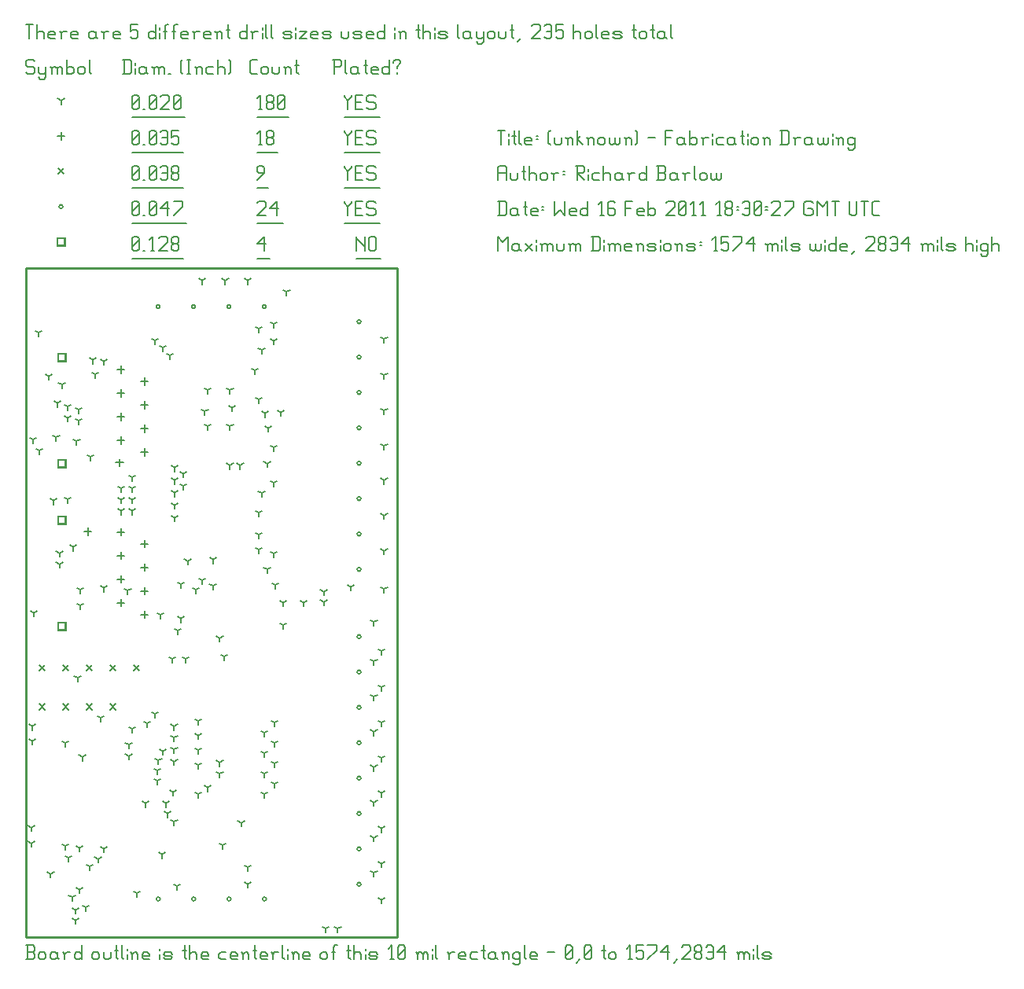
<source format=gbr>
G04 start of page 12 for group -3984 idx -3984 *
G04 Title: (unknown), fab *
G04 Creator: pcb 1.99z *
G04 CreationDate: Wed 16 Feb 2011 18:30:27 GMT UTC *
G04 For: rbarlow *
G04 Format: Gerber/RS-274X *
G04 PCB-Dimensions: 157480 283465 *
G04 PCB-Coordinate-Origin: lower left *
%MOIN*%
%FSLAX25Y25*%
%LNFAB*%
%ADD12C,0.0100*%
%ADD71R,0.0080X0.0080*%
%ADD72C,0.0060*%
G54D71*X13754Y178373D02*X16954D01*
X13754D02*Y175173D01*
X16954D01*
Y178373D02*Y175173D01*
X13754Y133373D02*X16954D01*
X13754D02*Y130173D01*
X16954D01*
Y133373D02*Y130173D01*
X13754Y247270D02*X16954D01*
X13754D02*Y244070D01*
X16954D01*
Y247270D02*Y244070D01*
X13754Y202270D02*X16954D01*
X13754D02*Y199070D01*
X16954D01*
Y202270D02*Y199070D01*
X13400Y296315D02*X16600D01*
X13400D02*Y293115D01*
X16600D01*
Y296315D02*Y293115D01*
G54D72*X140000Y296965D02*Y290965D01*
Y296965D02*Y296215D01*
X143750Y292465D01*
Y296965D02*Y290965D01*
X145551Y296215D02*Y291715D01*
Y296215D02*X146301Y296965D01*
X147801D01*
X148551Y296215D01*
Y291715D01*
X147801Y290965D02*X148551Y291715D01*
X146301Y290965D02*X147801D01*
X145551Y291715D02*X146301Y290965D01*
X140000Y287714D02*X150353D01*
X98000Y293965D02*X101000Y296965D01*
X98000Y293965D02*X101750D01*
X101000Y296965D02*Y290965D01*
X98000Y287714D02*X103551D01*
X45000Y291715D02*X45750Y290965D01*
X45000Y296215D02*Y291715D01*
Y296215D02*X45750Y296965D01*
X47250D01*
X48000Y296215D01*
Y291715D01*
X47250Y290965D02*X48000Y291715D01*
X45750Y290965D02*X47250D01*
X45000Y292465D02*X48000Y295465D01*
X49801Y290965D02*X50551D01*
X53103D02*X54603D01*
X53853Y296965D02*Y290965D01*
X52353Y295465D02*X53853Y296965D01*
X56404Y296215D02*X57154Y296965D01*
X59404D01*
X60154Y296215D01*
Y294715D01*
X56404Y290965D02*X60154Y294715D01*
X56404Y290965D02*X60154D01*
X61956Y291715D02*X62706Y290965D01*
X61956Y293215D02*Y291715D01*
Y293215D02*X62706Y293965D01*
X64206D01*
X64956Y293215D01*
Y291715D01*
X64206Y290965D02*X64956Y291715D01*
X62706Y290965D02*X64206D01*
X61956Y294715D02*X62706Y293965D01*
X61956Y296215D02*Y294715D01*
Y296215D02*X62706Y296965D01*
X64206D01*
X64956Y296215D01*
Y294715D01*
X64206Y293965D02*X64956Y294715D01*
X45000Y287714D02*X66757D01*
X140539Y155868D02*G75*G03X142139Y155868I800J0D01*G01*
G75*G03X140539Y155868I-800J0D01*G01*
Y170868D02*G75*G03X142139Y170868I800J0D01*G01*
G75*G03X140539Y170868I-800J0D01*G01*
Y185868D02*G75*G03X142139Y185868I800J0D01*G01*
G75*G03X140539Y185868I-800J0D01*G01*
Y200868D02*G75*G03X142139Y200868I800J0D01*G01*
G75*G03X140539Y200868I-800J0D01*G01*
Y215868D02*G75*G03X142139Y215868I800J0D01*G01*
G75*G03X140539Y215868I-800J0D01*G01*
Y230868D02*G75*G03X142139Y230868I800J0D01*G01*
G75*G03X140539Y230868I-800J0D01*G01*
Y245868D02*G75*G03X142139Y245868I800J0D01*G01*
G75*G03X140539Y245868I-800J0D01*G01*
Y260868D02*G75*G03X142139Y260868I800J0D01*G01*
G75*G03X140539Y260868I-800J0D01*G01*
X55461Y16145D02*G75*G03X57061Y16145I800J0D01*G01*
G75*G03X55461Y16145I-800J0D01*G01*
X70461D02*G75*G03X72061Y16145I800J0D01*G01*
G75*G03X70461Y16145I-800J0D01*G01*
X85461D02*G75*G03X87061Y16145I800J0D01*G01*
G75*G03X85461Y16145I-800J0D01*G01*
X100461D02*G75*G03X102061Y16145I800J0D01*G01*
G75*G03X100461Y16145I-800J0D01*G01*
X100420Y267323D02*G75*G03X102020Y267323I800J0D01*G01*
G75*G03X100420Y267323I-800J0D01*G01*
X85420D02*G75*G03X87020Y267323I800J0D01*G01*
G75*G03X85420Y267323I-800J0D01*G01*
X70420D02*G75*G03X72020Y267323I800J0D01*G01*
G75*G03X70420Y267323I-800J0D01*G01*
X55420D02*G75*G03X57020Y267323I800J0D01*G01*
G75*G03X55420Y267323I-800J0D01*G01*
X140539Y22362D02*G75*G03X142139Y22362I800J0D01*G01*
G75*G03X140539Y22362I-800J0D01*G01*
Y37362D02*G75*G03X142139Y37362I800J0D01*G01*
G75*G03X140539Y37362I-800J0D01*G01*
Y52362D02*G75*G03X142139Y52362I800J0D01*G01*
G75*G03X140539Y52362I-800J0D01*G01*
Y67362D02*G75*G03X142139Y67362I800J0D01*G01*
G75*G03X140539Y67362I-800J0D01*G01*
Y82362D02*G75*G03X142139Y82362I800J0D01*G01*
G75*G03X140539Y82362I-800J0D01*G01*
Y97362D02*G75*G03X142139Y97362I800J0D01*G01*
G75*G03X140539Y97362I-800J0D01*G01*
Y112362D02*G75*G03X142139Y112362I800J0D01*G01*
G75*G03X140539Y112362I-800J0D01*G01*
Y127362D02*G75*G03X142139Y127362I800J0D01*G01*
G75*G03X140539Y127362I-800J0D01*G01*
X14200Y309715D02*G75*G03X15800Y309715I800J0D01*G01*
G75*G03X14200Y309715I-800J0D01*G01*
X135000Y311965D02*Y311215D01*
X136500Y309715D01*
X138000Y311215D01*
Y311965D02*Y311215D01*
X136500Y309715D02*Y305965D01*
X139801Y308965D02*X142051D01*
X139801Y305965D02*X142801D01*
X139801Y311965D02*Y305965D01*
Y311965D02*X142801D01*
X147603D02*X148353Y311215D01*
X145353Y311965D02*X147603D01*
X144603Y311215D02*X145353Y311965D01*
X144603Y311215D02*Y309715D01*
X145353Y308965D01*
X147603D01*
X148353Y308215D01*
Y306715D01*
X147603Y305965D02*X148353Y306715D01*
X145353Y305965D02*X147603D01*
X144603Y306715D02*X145353Y305965D01*
X135000Y302714D02*X150154D01*
X98000Y311215D02*X98750Y311965D01*
X101000D01*
X101750Y311215D01*
Y309715D01*
X98000Y305965D02*X101750Y309715D01*
X98000Y305965D02*X101750D01*
X103551Y308965D02*X106551Y311965D01*
X103551Y308965D02*X107301D01*
X106551Y311965D02*Y305965D01*
X98000Y302714D02*X109103D01*
X45000Y306715D02*X45750Y305965D01*
X45000Y311215D02*Y306715D01*
Y311215D02*X45750Y311965D01*
X47250D01*
X48000Y311215D01*
Y306715D01*
X47250Y305965D02*X48000Y306715D01*
X45750Y305965D02*X47250D01*
X45000Y307465D02*X48000Y310465D01*
X49801Y305965D02*X50551D01*
X52353Y306715D02*X53103Y305965D01*
X52353Y311215D02*Y306715D01*
Y311215D02*X53103Y311965D01*
X54603D01*
X55353Y311215D01*
Y306715D01*
X54603Y305965D02*X55353Y306715D01*
X53103Y305965D02*X54603D01*
X52353Y307465D02*X55353Y310465D01*
X57154Y308965D02*X60154Y311965D01*
X57154Y308965D02*X60904D01*
X60154Y311965D02*Y305965D01*
X62706D02*X66456Y309715D01*
Y311965D02*Y309715D01*
X62706Y311965D02*X66456D01*
X45000Y302714D02*X68257D01*
X5809Y115374D02*X8209Y112974D01*
X5809D02*X8209Y115374D01*
X15809D02*X18209Y112974D01*
X15809D02*X18209Y115374D01*
X25809D02*X28209Y112974D01*
X25809D02*X28209Y115374D01*
X35809D02*X38209Y112974D01*
X35809D02*X38209Y115374D01*
X45809D02*X48209Y112974D01*
X45809D02*X48209Y115374D01*
X5808Y98838D02*X8208Y96438D01*
X5808D02*X8208Y98838D01*
X15808D02*X18208Y96438D01*
X15808D02*X18208Y98838D01*
X25808D02*X28208Y96438D01*
X25808D02*X28208Y98838D01*
X35808D02*X38208Y96438D01*
X35808D02*X38208Y98838D01*
X13800Y325915D02*X16200Y323515D01*
X13800D02*X16200Y325915D01*
X135000Y326965D02*Y326215D01*
X136500Y324715D01*
X138000Y326215D01*
Y326965D02*Y326215D01*
X136500Y324715D02*Y320965D01*
X139801Y323965D02*X142051D01*
X139801Y320965D02*X142801D01*
X139801Y326965D02*Y320965D01*
Y326965D02*X142801D01*
X147603D02*X148353Y326215D01*
X145353Y326965D02*X147603D01*
X144603Y326215D02*X145353Y326965D01*
X144603Y326215D02*Y324715D01*
X145353Y323965D01*
X147603D01*
X148353Y323215D01*
Y321715D01*
X147603Y320965D02*X148353Y321715D01*
X145353Y320965D02*X147603D01*
X144603Y321715D02*X145353Y320965D01*
X135000Y317714D02*X150154D01*
X98000Y320965D02*X101000Y323965D01*
Y326215D02*Y323965D01*
X100250Y326965D02*X101000Y326215D01*
X98750Y326965D02*X100250D01*
X98000Y326215D02*X98750Y326965D01*
X98000Y326215D02*Y324715D01*
X98750Y323965D01*
X101000D01*
X98000Y317714D02*X102801D01*
X45000Y321715D02*X45750Y320965D01*
X45000Y326215D02*Y321715D01*
Y326215D02*X45750Y326965D01*
X47250D01*
X48000Y326215D01*
Y321715D01*
X47250Y320965D02*X48000Y321715D01*
X45750Y320965D02*X47250D01*
X45000Y322465D02*X48000Y325465D01*
X49801Y320965D02*X50551D01*
X52353Y321715D02*X53103Y320965D01*
X52353Y326215D02*Y321715D01*
Y326215D02*X53103Y326965D01*
X54603D01*
X55353Y326215D01*
Y321715D01*
X54603Y320965D02*X55353Y321715D01*
X53103Y320965D02*X54603D01*
X52353Y322465D02*X55353Y325465D01*
X57154Y326215D02*X57904Y326965D01*
X59404D01*
X60154Y326215D01*
Y321715D01*
X59404Y320965D02*X60154Y321715D01*
X57904Y320965D02*X59404D01*
X57154Y321715D02*X57904Y320965D01*
Y323965D02*X60154D01*
X61956Y321715D02*X62706Y320965D01*
X61956Y323215D02*Y321715D01*
Y323215D02*X62706Y323965D01*
X64206D01*
X64956Y323215D01*
Y321715D01*
X64206Y320965D02*X64956Y321715D01*
X62706Y320965D02*X64206D01*
X61956Y324715D02*X62706Y323965D01*
X61956Y326215D02*Y324715D01*
Y326215D02*X62706Y326965D01*
X64206D01*
X64956Y326215D01*
Y324715D01*
X64206Y323965D02*X64956Y324715D01*
X45000Y317714D02*X66757D01*
X50354Y138373D02*Y135173D01*
X48754Y136773D02*X51954D01*
X40354Y143373D02*Y140173D01*
X38754Y141773D02*X41954D01*
X50354Y158373D02*Y155173D01*
X48754Y156773D02*X51954D01*
X40354Y163373D02*Y160173D01*
X38754Y161773D02*X41954D01*
X40354Y153373D02*Y150173D01*
X38754Y151773D02*X41954D01*
X40354Y173373D02*Y170173D01*
X38754Y171773D02*X41954D01*
X50354Y168373D02*Y165173D01*
X48754Y166773D02*X51954D01*
X50354Y148373D02*Y145173D01*
X48754Y146773D02*X51954D01*
X50354Y207270D02*Y204070D01*
X48754Y205670D02*X51954D01*
X40354Y212270D02*Y209070D01*
X38754Y210670D02*X41954D01*
X50354Y227270D02*Y224070D01*
X48754Y225670D02*X51954D01*
X40354Y232270D02*Y229070D01*
X38754Y230670D02*X41954D01*
X40354Y222270D02*Y219070D01*
X38754Y220670D02*X41954D01*
X40354Y242270D02*Y239070D01*
X38754Y240670D02*X41954D01*
X50354Y237270D02*Y234070D01*
X48754Y235670D02*X51954D01*
X50354Y217270D02*Y214070D01*
X48754Y215670D02*X51954D01*
X39763Y202782D02*Y199582D01*
X38163Y201182D02*X41363D01*
X26378Y173648D02*Y170448D01*
X24778Y172048D02*X27978D01*
X15000Y341315D02*Y338115D01*
X13400Y339715D02*X16600D01*
X135000Y341965D02*Y341215D01*
X136500Y339715D01*
X138000Y341215D01*
Y341965D02*Y341215D01*
X136500Y339715D02*Y335965D01*
X139801Y338965D02*X142051D01*
X139801Y335965D02*X142801D01*
X139801Y341965D02*Y335965D01*
Y341965D02*X142801D01*
X147603D02*X148353Y341215D01*
X145353Y341965D02*X147603D01*
X144603Y341215D02*X145353Y341965D01*
X144603Y341215D02*Y339715D01*
X145353Y338965D01*
X147603D01*
X148353Y338215D01*
Y336715D01*
X147603Y335965D02*X148353Y336715D01*
X145353Y335965D02*X147603D01*
X144603Y336715D02*X145353Y335965D01*
X135000Y332714D02*X150154D01*
X98750Y335965D02*X100250D01*
X99500Y341965D02*Y335965D01*
X98000Y340465D02*X99500Y341965D01*
X102051Y336715D02*X102801Y335965D01*
X102051Y338215D02*Y336715D01*
Y338215D02*X102801Y338965D01*
X104301D01*
X105051Y338215D01*
Y336715D01*
X104301Y335965D02*X105051Y336715D01*
X102801Y335965D02*X104301D01*
X102051Y339715D02*X102801Y338965D01*
X102051Y341215D02*Y339715D01*
Y341215D02*X102801Y341965D01*
X104301D01*
X105051Y341215D01*
Y339715D01*
X104301Y338965D02*X105051Y339715D01*
X98000Y332714D02*X106853D01*
X45000Y336715D02*X45750Y335965D01*
X45000Y341215D02*Y336715D01*
Y341215D02*X45750Y341965D01*
X47250D01*
X48000Y341215D01*
Y336715D01*
X47250Y335965D02*X48000Y336715D01*
X45750Y335965D02*X47250D01*
X45000Y337465D02*X48000Y340465D01*
X49801Y335965D02*X50551D01*
X52353Y336715D02*X53103Y335965D01*
X52353Y341215D02*Y336715D01*
Y341215D02*X53103Y341965D01*
X54603D01*
X55353Y341215D01*
Y336715D01*
X54603Y335965D02*X55353Y336715D01*
X53103Y335965D02*X54603D01*
X52353Y337465D02*X55353Y340465D01*
X57154Y341215D02*X57904Y341965D01*
X59404D01*
X60154Y341215D01*
Y336715D01*
X59404Y335965D02*X60154Y336715D01*
X57904Y335965D02*X59404D01*
X57154Y336715D02*X57904Y335965D01*
Y338965D02*X60154D01*
X61956Y341965D02*X64956D01*
X61956D02*Y338965D01*
X62706Y339715D01*
X64206D01*
X64956Y338965D01*
Y336715D01*
X64206Y335965D02*X64956Y336715D01*
X62706Y335965D02*X64206D01*
X61956Y336715D02*X62706Y335965D01*
X45000Y332714D02*X66757D01*
X105118Y162599D02*Y160999D01*
Y162599D02*X106504Y163399D01*
X105118Y162599D02*X103732Y163399D01*
X105118Y252757D02*Y251157D01*
Y252757D02*X106504Y253557D01*
X105118Y252757D02*X103732Y253557D01*
X105118Y192520D02*Y190920D01*
Y192520D02*X106504Y193320D01*
X105118Y192520D02*X103732Y193320D01*
X105118Y207481D02*Y205881D01*
Y207481D02*X106504Y208281D01*
X105118Y207481D02*X103732Y208281D01*
X108268Y222441D02*Y220841D01*
Y222441D02*X109654Y223241D01*
X108268Y222441D02*X106882Y223241D01*
X110630Y273622D02*Y272022D01*
Y273622D02*X112016Y274422D01*
X110630Y273622D02*X109244Y274422D01*
X98819Y227953D02*Y226353D01*
Y227953D02*X100205Y228753D01*
X98819Y227953D02*X97433Y228753D01*
X98819Y170473D02*Y168873D01*
Y170473D02*X100205Y171273D01*
X98819Y170473D02*X97433Y171273D01*
X5512Y256300D02*Y254700D01*
Y256300D02*X6898Y257100D01*
X5512Y256300D02*X4126Y257100D01*
X105118Y259843D02*Y258243D01*
Y259843D02*X106504Y260643D01*
X105118Y259843D02*X103732Y260643D01*
X100000Y248819D02*Y247219D01*
Y248819D02*X101386Y249619D01*
X100000Y248819D02*X98614Y249619D01*
X102756Y215748D02*Y214148D01*
Y215748D02*X104142Y216548D01*
X102756Y215748D02*X101370Y216548D01*
X102362Y200788D02*Y199188D01*
Y200788D02*X103748Y201588D01*
X102362Y200788D02*X100976Y201588D01*
X100000Y188189D02*Y186589D01*
Y188189D02*X101386Y188989D01*
X100000Y188189D02*X98614Y188989D01*
X102362Y155906D02*Y154306D01*
Y155906D02*X103748Y156706D01*
X102362Y155906D02*X100976Y156706D01*
X101575Y222048D02*Y220448D01*
Y222048D02*X102961Y222848D01*
X101575Y222048D02*X100189Y222848D01*
X98819Y164174D02*Y162574D01*
Y164174D02*X100205Y164974D01*
X98819Y164174D02*X97433Y164974D01*
X150787Y121260D02*Y119660D01*
Y121260D02*X152173Y122060D01*
X150787Y121260D02*X149401Y122060D01*
X82283Y126772D02*Y125172D01*
Y126772D02*X83669Y127572D01*
X82283Y126772D02*X80897Y127572D01*
X84252Y118898D02*Y117298D01*
Y118898D02*X85638Y119698D01*
X84252Y118898D02*X82866Y119698D01*
X137795Y148426D02*Y146826D01*
Y148426D02*X139181Y149226D01*
X137795Y148426D02*X136409Y149226D01*
X45276Y88189D02*Y86589D01*
Y88189D02*X46662Y88989D01*
X45276Y88189D02*X43890Y88989D01*
X10630Y26772D02*Y25172D01*
Y26772D02*X12016Y27572D01*
X10630Y26772D02*X9244Y27572D01*
X33071Y37402D02*Y35802D01*
Y37402D02*X34457Y38202D01*
X33071Y37402D02*X31685Y38202D01*
X83465Y38977D02*Y37377D01*
Y38977D02*X84851Y39777D01*
X83465Y38977D02*X82079Y39777D01*
X24016Y76378D02*Y74778D01*
Y76378D02*X25402Y77178D01*
X24016Y76378D02*X22630Y77178D01*
X150787Y105906D02*Y104306D01*
Y105906D02*X152173Y106706D01*
X150787Y105906D02*X149401Y106706D01*
X150787Y90945D02*Y89345D01*
Y90945D02*X152173Y91745D01*
X150787Y90945D02*X149401Y91745D01*
X150787Y75985D02*Y74385D01*
Y75985D02*X152173Y76785D01*
X150787Y75985D02*X149401Y76785D01*
X150787Y61024D02*Y59424D01*
Y61024D02*X152173Y61824D01*
X150787Y61024D02*X149401Y61824D01*
X150787Y46063D02*Y44463D01*
Y46063D02*X152173Y46863D01*
X150787Y46063D02*X149401Y46863D01*
X150787Y31103D02*Y29503D01*
Y31103D02*X152173Y31903D01*
X150787Y31103D02*X149401Y31903D01*
X150787Y15748D02*Y14148D01*
Y15748D02*X152173Y16548D01*
X150787Y15748D02*X149401Y16548D01*
X105512Y90945D02*Y89345D01*
Y90945D02*X106898Y91745D01*
X105512Y90945D02*X104126Y91745D01*
X105512Y82284D02*Y80684D01*
Y82284D02*X106898Y83084D01*
X105512Y82284D02*X104126Y83084D01*
X105512Y64961D02*Y63361D01*
Y64961D02*X106898Y65761D01*
X105512Y64961D02*X104126Y65761D01*
X105512Y73622D02*Y72022D01*
Y73622D02*X106898Y74422D01*
X105512Y73622D02*X104126Y74422D01*
X101181Y60630D02*Y59030D01*
Y60630D02*X102567Y61430D01*
X101181Y60630D02*X99795Y61430D01*
X73228Y72835D02*Y71235D01*
Y72835D02*X74614Y73635D01*
X73228Y72835D02*X71842Y73635D01*
X101181Y69292D02*Y67692D01*
Y69292D02*X102567Y70092D01*
X101181Y69292D02*X99795Y70092D01*
X101181Y77953D02*Y76353D01*
Y77953D02*X102567Y78753D01*
X101181Y77953D02*X99795Y78753D01*
X62992Y89371D02*Y87771D01*
Y89371D02*X64378Y90171D01*
X62992Y89371D02*X61606Y90171D01*
X62992Y74410D02*Y72810D01*
Y74410D02*X64378Y75210D01*
X62992Y74410D02*X61606Y75210D01*
X62992Y84646D02*Y83046D01*
Y84646D02*X64378Y85446D01*
X62992Y84646D02*X61606Y85446D01*
X73228Y85434D02*Y83834D01*
Y85434D02*X74614Y86234D01*
X73228Y85434D02*X71842Y86234D01*
X62992Y79528D02*Y77928D01*
Y79528D02*X64378Y80328D01*
X62992Y79528D02*X61606Y80328D01*
X73228Y79134D02*Y77534D01*
Y79134D02*X74614Y79934D01*
X73228Y79134D02*X71842Y79934D01*
X73228Y91536D02*Y89936D01*
Y91536D02*X74614Y92336D01*
X73228Y91536D02*X71842Y92336D01*
X101181Y86615D02*Y85015D01*
Y86615D02*X102567Y87415D01*
X101181Y86615D02*X99795Y87415D01*
X98819Y179922D02*Y178322D01*
Y179922D02*X100205Y180722D01*
X98819Y179922D02*X97433Y180722D01*
X105906Y149213D02*Y147613D01*
Y149213D02*X107292Y150013D01*
X105906Y149213D02*X104520Y150013D01*
X97244Y240158D02*Y238558D01*
Y240158D02*X98630Y240958D01*
X97244Y240158D02*X95858Y240958D01*
X98819Y257874D02*Y256274D01*
Y257874D02*X100205Y258674D01*
X98819Y257874D02*X97433Y258674D01*
X73228Y60630D02*Y59030D01*
Y60630D02*X74614Y61430D01*
X73228Y60630D02*X71842Y61430D01*
X77165Y63386D02*Y61786D01*
Y63386D02*X78551Y64186D01*
X77165Y63386D02*X75779Y64186D01*
X62598Y61418D02*Y59818D01*
Y61418D02*X63984Y62218D01*
X62598Y61418D02*X61212Y62218D01*
X132283Y3544D02*Y1944D01*
Y3544D02*X133669Y4344D01*
X132283Y3544D02*X130897Y4344D01*
X127164Y3544D02*Y1944D01*
Y3544D02*X128550Y4344D01*
X127164Y3544D02*X125778Y4344D01*
X56299Y74804D02*Y73204D01*
Y74804D02*X57685Y75604D01*
X56299Y74804D02*X54913Y75604D01*
X55906Y70473D02*Y68873D01*
Y70473D02*X57292Y71273D01*
X55906Y70473D02*X54520Y71273D01*
X55906Y66142D02*Y64542D01*
Y66142D02*X57292Y66942D01*
X55906Y66142D02*X54520Y66942D01*
X59449Y56693D02*Y55093D01*
Y56693D02*X60835Y57493D01*
X59449Y56693D02*X58063Y57493D01*
X58268Y78741D02*Y77141D01*
Y78741D02*X59654Y79541D01*
X58268Y78741D02*X56882Y79541D01*
X62992Y48819D02*Y47219D01*
Y48819D02*X64378Y49619D01*
X62992Y48819D02*X61606Y49619D01*
X60236Y52363D02*Y50763D01*
Y52363D02*X61622Y53163D01*
X60236Y52363D02*X58850Y53163D01*
X54724Y94489D02*Y92889D01*
Y94489D02*X56110Y95289D01*
X54724Y94489D02*X53338Y95289D01*
X51575Y90552D02*Y88952D01*
Y90552D02*X52961Y91352D01*
X51575Y90552D02*X50189Y91352D01*
X86614Y200000D02*Y198400D01*
Y200000D02*X88000Y200800D01*
X86614Y200000D02*X85228Y200800D01*
X90945Y200000D02*Y198400D01*
Y200000D02*X92331Y200800D01*
X90945Y200000D02*X89559Y200800D01*
X50787Y56693D02*Y55093D01*
Y56693D02*X52173Y57493D01*
X50787Y56693D02*X49401Y57493D01*
X65748Y149607D02*Y148007D01*
Y149607D02*X67134Y150407D01*
X65748Y149607D02*X64362Y150407D01*
X31890Y92914D02*Y91314D01*
Y92914D02*X33276Y93714D01*
X31890Y92914D02*X30504Y93714D01*
X43701Y81497D02*Y79897D01*
Y81497D02*X45087Y82297D01*
X43701Y81497D02*X42315Y82297D01*
X43701Y76772D02*Y75172D01*
Y76772D02*X45087Y77572D01*
X43701Y76772D02*X42315Y77572D01*
X64173Y21654D02*Y20054D01*
Y21654D02*X65559Y22454D01*
X64173Y21654D02*X62787Y22454D01*
X30709Y33071D02*Y31471D01*
Y33071D02*X32095Y33871D01*
X30709Y33071D02*X29323Y33871D01*
X22835Y37796D02*Y36196D01*
Y37796D02*X24221Y38596D01*
X22835Y37796D02*X21449Y38596D01*
X16929Y82284D02*Y80684D01*
Y82284D02*X18315Y83084D01*
X16929Y82284D02*X15543Y83084D01*
X147638Y27166D02*Y25566D01*
Y27166D02*X149024Y27966D01*
X147638Y27166D02*X146252Y27966D01*
X147638Y133465D02*Y131865D01*
Y133465D02*X149024Y134265D01*
X147638Y133465D02*X146252Y134265D01*
X147638Y42126D02*Y40526D01*
Y42126D02*X149024Y42926D01*
X147638Y42126D02*X146252Y42926D01*
X147638Y57087D02*Y55487D01*
Y57087D02*X149024Y57887D01*
X147638Y57087D02*X146252Y57887D01*
X147638Y72048D02*Y70448D01*
Y72048D02*X149024Y72848D01*
X147638Y72048D02*X146252Y72848D01*
X147638Y87008D02*Y85408D01*
Y87008D02*X149024Y87808D01*
X147638Y87008D02*X146252Y87808D01*
X147638Y101969D02*Y100369D01*
Y101969D02*X149024Y102769D01*
X147638Y101969D02*X146252Y102769D01*
X147638Y116930D02*Y115330D01*
Y116930D02*X149024Y117730D01*
X147638Y116930D02*X146252Y117730D01*
X126378Y146457D02*Y144857D01*
Y146457D02*X127764Y147257D01*
X126378Y146457D02*X124992Y147257D01*
X126378Y142126D02*Y140526D01*
Y142126D02*X127764Y142926D01*
X126378Y142126D02*X124992Y142926D01*
X82283Y74016D02*Y72416D01*
Y74016D02*X83669Y74816D01*
X82283Y74016D02*X80897Y74816D01*
X82283Y69292D02*Y67692D01*
Y69292D02*X83669Y70092D01*
X82283Y69292D02*X80897Y70092D01*
X2362Y39764D02*Y38164D01*
Y39764D02*X3748Y40564D01*
X2362Y39764D02*X976Y40564D01*
X2362Y46457D02*Y44857D01*
Y46457D02*X3748Y47257D01*
X2362Y46457D02*X976Y47257D01*
X18110Y33465D02*Y31865D01*
Y33465D02*X19496Y34265D01*
X18110Y33465D02*X16724Y34265D01*
X16929Y38583D02*Y36983D01*
Y38583D02*X18315Y39383D01*
X16929Y38583D02*X15543Y39383D01*
X19685Y16930D02*Y15330D01*
Y16930D02*X21071Y17730D01*
X19685Y16930D02*X18299Y17730D01*
X22835Y20079D02*Y18479D01*
Y20079D02*X24221Y20879D01*
X22835Y20079D02*X21449Y20879D01*
X27165Y29922D02*Y28322D01*
Y29922D02*X28551Y30722D01*
X27165Y29922D02*X25779Y30722D01*
X57874Y35040D02*Y33440D01*
Y35040D02*X59260Y35840D01*
X57874Y35040D02*X56488Y35840D01*
X47244Y18504D02*Y16904D01*
Y18504D02*X48630Y19304D01*
X47244Y18504D02*X45858Y19304D01*
X94094Y29528D02*Y27928D01*
Y29528D02*X95480Y30328D01*
X94094Y29528D02*X92708Y30328D01*
X94094Y22441D02*Y20841D01*
Y22441D02*X95480Y23241D01*
X94094Y22441D02*X92708Y23241D01*
X2756Y83071D02*Y81471D01*
Y83071D02*X4142Y83871D01*
X2756Y83071D02*X1370Y83871D01*
X2756Y89371D02*Y87771D01*
Y89371D02*X4142Y90171D01*
X2756Y89371D02*X1370Y90171D01*
X91339Y48426D02*Y46826D01*
Y48426D02*X92725Y49226D01*
X91339Y48426D02*X89953Y49226D01*
X109055Y141733D02*Y140133D01*
Y141733D02*X110441Y142533D01*
X109055Y141733D02*X107669Y142533D01*
X109055Y132284D02*Y130684D01*
Y132284D02*X110441Y133084D01*
X109055Y132284D02*X107669Y133084D01*
X117717Y141733D02*Y140133D01*
Y141733D02*X119103Y142533D01*
X117717Y141733D02*X116331Y142533D01*
X151968Y253544D02*Y251944D01*
Y253544D02*X153354Y254344D01*
X151968Y253544D02*X150582Y254344D01*
X151968Y238189D02*Y236589D01*
Y238189D02*X153354Y238989D01*
X151968Y238189D02*X150582Y238989D01*
X151968Y223229D02*Y221629D01*
Y223229D02*X153354Y224029D01*
X151968Y223229D02*X150582Y224029D01*
X151968Y208268D02*Y206668D01*
Y208268D02*X153354Y209068D01*
X151968Y208268D02*X150582Y209068D01*
X151968Y193701D02*Y192101D01*
Y193701D02*X153354Y194501D01*
X151968Y193701D02*X150582Y194501D01*
X151968Y178741D02*Y177141D01*
Y178741D02*X153354Y179541D01*
X151968Y178741D02*X150582Y179541D01*
X151968Y163780D02*Y162180D01*
Y163780D02*X153354Y164580D01*
X151968Y163780D02*X150582Y164580D01*
X151968Y147638D02*Y146038D01*
Y147638D02*X153354Y148438D01*
X151968Y147638D02*X150582Y148438D01*
X94094Y278347D02*Y276747D01*
Y278347D02*X95480Y279147D01*
X94094Y278347D02*X92708Y279147D01*
X84646Y278347D02*Y276747D01*
Y278347D02*X86032Y279147D01*
X84646Y278347D02*X83260Y279147D01*
X74803Y278347D02*Y276747D01*
Y278347D02*X76189Y279147D01*
X74803Y278347D02*X73417Y279147D01*
X21260Y7087D02*Y5487D01*
Y7087D02*X22646Y7887D01*
X21260Y7087D02*X19874Y7887D01*
X21260Y11418D02*Y9818D01*
Y11418D02*X22646Y12218D01*
X21260Y11418D02*X19874Y12218D01*
X25591Y12599D02*Y10999D01*
Y12599D02*X26977Y13399D01*
X25591Y12599D02*X24205Y13399D01*
X27559Y203544D02*Y201944D01*
Y203544D02*X28945Y204344D01*
X27559Y203544D02*X26173Y204344D01*
X79527Y160041D02*Y158441D01*
Y160041D02*X80913Y160841D01*
X79527Y160041D02*X78141Y160841D01*
X77165Y231891D02*Y230291D01*
Y231891D02*X78551Y232691D01*
X77165Y231891D02*X75779Y232691D01*
X68700Y159450D02*Y157850D01*
Y159450D02*X70086Y160250D01*
X68700Y159450D02*X67314Y160250D01*
X75984Y222836D02*Y221236D01*
Y222836D02*X77370Y223636D01*
X75984Y222836D02*X74598Y223636D01*
X61220Y246655D02*Y245055D01*
Y246655D02*X62606Y247455D01*
X61220Y246655D02*X59834Y247455D01*
X15354Y234253D02*Y232653D01*
Y234253D02*X16740Y235053D01*
X15354Y234253D02*X13968Y235053D01*
X22441Y218899D02*Y217299D01*
Y218899D02*X23827Y219699D01*
X22441Y218899D02*X21055Y219699D01*
X13386Y226379D02*Y224779D01*
Y226379D02*X14772Y227179D01*
X13386Y226379D02*X12000Y227179D01*
X9842Y237796D02*Y236196D01*
Y237796D02*X11228Y238596D01*
X9842Y237796D02*X8456Y238596D01*
X17716Y220080D02*Y218480D01*
Y220080D02*X19102Y220880D01*
X17716Y220080D02*X16330Y220880D01*
X17716Y224804D02*Y223204D01*
Y224804D02*X19102Y225604D01*
X17716Y224804D02*X16330Y225604D01*
X33267Y244096D02*Y242496D01*
Y244096D02*X34653Y244896D01*
X33267Y244096D02*X31881Y244896D01*
X67716Y117915D02*Y116315D01*
Y117915D02*X69102Y118715D01*
X67716Y117915D02*X66330Y118715D01*
X14370Y158072D02*Y156472D01*
Y158072D02*X15756Y158872D01*
X14370Y158072D02*X12984Y158872D01*
X23228Y147245D02*Y145645D01*
Y147245D02*X24614Y148045D01*
X23228Y147245D02*X21842Y148045D01*
X3543Y137403D02*Y135803D01*
Y137403D02*X4929Y138203D01*
X3543Y137403D02*X2157Y138203D01*
X22047Y109844D02*Y108244D01*
Y109844D02*X23433Y110644D01*
X22047Y109844D02*X20661Y110644D01*
X57086Y136615D02*Y135015D01*
Y136615D02*X58472Y137415D01*
X57086Y136615D02*X55700Y137415D01*
X12992Y211812D02*Y210212D01*
Y211812D02*X14378Y212612D01*
X12992Y211812D02*X11606Y212612D01*
X21653Y210237D02*Y208637D01*
Y210237D02*X23039Y211037D01*
X21653Y210237D02*X20267Y211037D01*
X11811Y185041D02*Y183441D01*
Y185041D02*X13197Y185841D01*
X11811Y185041D02*X10425Y185841D01*
X14370Y162796D02*Y161196D01*
Y162796D02*X15756Y163596D01*
X14370Y162796D02*X12984Y163596D01*
X23228Y140552D02*Y138952D01*
Y140552D02*X24614Y141352D01*
X23228Y140552D02*X21842Y141352D01*
X17716Y185631D02*Y184031D01*
Y185631D02*X19102Y186431D01*
X17716Y185631D02*X16330Y186431D01*
X20275Y165356D02*Y163756D01*
Y165356D02*X21661Y166156D01*
X20275Y165356D02*X18889Y166156D01*
X28543Y244686D02*Y243086D01*
Y244686D02*X29929Y245486D01*
X28543Y244686D02*X27157Y245486D01*
X62204Y117915D02*Y116315D01*
Y117915D02*X63590Y118715D01*
X62204Y117915D02*X60818Y118715D01*
X72244Y147245D02*Y145645D01*
Y147245D02*X73630Y148045D01*
X72244Y147245D02*X70858Y148045D01*
X43307Y146852D02*Y145252D01*
Y146852D02*X44693Y147652D01*
X43307Y146852D02*X41921Y147652D01*
X64567Y129923D02*Y128323D01*
Y129923D02*X65953Y130723D01*
X64567Y129923D02*X63181Y130723D01*
X65748Y135040D02*Y133440D01*
Y135040D02*X67134Y135840D01*
X65748Y135040D02*X64362Y135840D01*
X40551Y180710D02*Y179110D01*
Y180710D02*X41937Y181510D01*
X40551Y180710D02*X39165Y181510D01*
X40551Y185434D02*Y183834D01*
Y185434D02*X41937Y186234D01*
X40551Y185434D02*X39165Y186234D01*
X40551Y190159D02*Y188559D01*
Y190159D02*X41937Y190959D01*
X40551Y190159D02*X39165Y190959D01*
X45275Y180710D02*Y179110D01*
Y180710D02*X46661Y181510D01*
X45275Y180710D02*X43889Y181510D01*
X45275Y185434D02*Y183834D01*
Y185434D02*X46661Y186234D01*
X45275Y185434D02*X43889Y186234D01*
X45275Y190159D02*Y188559D01*
Y190159D02*X46661Y190959D01*
X45275Y190159D02*X43889Y190959D01*
X45275Y194883D02*Y193283D01*
Y194883D02*X46661Y195683D01*
X45275Y194883D02*X43889Y195683D01*
X79330Y148820D02*Y147220D01*
Y148820D02*X80716Y149620D01*
X79330Y148820D02*X77944Y149620D01*
X86614Y216537D02*Y214937D01*
Y216537D02*X88000Y217337D01*
X86614Y216537D02*X85228Y217337D01*
X77165Y216537D02*Y214937D01*
Y216537D02*X78551Y217337D01*
X77165Y216537D02*X75779Y217337D01*
X29527Y238584D02*Y236984D01*
Y238584D02*X30913Y239384D01*
X29527Y238584D02*X28141Y239384D01*
X22441Y223623D02*Y222023D01*
Y223623D02*X23827Y224423D01*
X22441Y223623D02*X21055Y224423D01*
X87402Y224410D02*Y222810D01*
Y224410D02*X88788Y225210D01*
X87402Y224410D02*X86016Y225210D01*
X74839Y151291D02*Y149691D01*
Y151291D02*X76225Y152091D01*
X74839Y151291D02*X73453Y152091D01*
X86614Y231891D02*Y230291D01*
Y231891D02*X88000Y232691D01*
X86614Y231891D02*X85228Y232691D01*
X5905Y206300D02*Y204700D01*
Y206300D02*X7291Y207100D01*
X5905Y206300D02*X4519Y207100D01*
X3149Y210828D02*Y209228D01*
Y210828D02*X4535Y211628D01*
X3149Y210828D02*X1763Y211628D01*
X33267Y148033D02*Y146433D01*
Y148033D02*X34653Y148833D01*
X33267Y148033D02*X31881Y148833D01*
X54921Y252954D02*Y251354D01*
Y252954D02*X56307Y253754D01*
X54921Y252954D02*X53535Y253754D01*
X58071Y249804D02*Y248204D01*
Y249804D02*X59457Y250604D01*
X58071Y249804D02*X56685Y250604D01*
X63189Y177757D02*Y176157D01*
Y177757D02*X64575Y178557D01*
X63189Y177757D02*X61803Y178557D01*
X63189Y183072D02*Y181472D01*
Y183072D02*X64575Y183872D01*
X63189Y183072D02*X61803Y183872D01*
X63189Y188387D02*Y186787D01*
Y188387D02*X64575Y189187D01*
X63189Y188387D02*X61803Y189187D01*
X63189Y193702D02*Y192102D01*
Y193702D02*X64575Y194502D01*
X63189Y193702D02*X61803Y194502D01*
X63189Y199017D02*Y197417D01*
Y199017D02*X64575Y199817D01*
X63189Y199017D02*X61803Y199817D01*
X66732Y191143D02*Y189543D01*
Y191143D02*X68118Y191943D01*
X66732Y191143D02*X65346Y191943D01*
X66732Y196458D02*Y194858D01*
Y196458D02*X68118Y197258D01*
X66732Y196458D02*X65346Y197258D01*
X15000Y354715D02*Y353115D01*
Y354715D02*X16386Y355515D01*
X15000Y354715D02*X13614Y355515D01*
X135000Y356965D02*Y356215D01*
X136500Y354715D01*
X138000Y356215D01*
Y356965D02*Y356215D01*
X136500Y354715D02*Y350965D01*
X139801Y353965D02*X142051D01*
X139801Y350965D02*X142801D01*
X139801Y356965D02*Y350965D01*
Y356965D02*X142801D01*
X147603D02*X148353Y356215D01*
X145353Y356965D02*X147603D01*
X144603Y356215D02*X145353Y356965D01*
X144603Y356215D02*Y354715D01*
X145353Y353965D01*
X147603D01*
X148353Y353215D01*
Y351715D01*
X147603Y350965D02*X148353Y351715D01*
X145353Y350965D02*X147603D01*
X144603Y351715D02*X145353Y350965D01*
X135000Y347714D02*X150154D01*
X98750Y350965D02*X100250D01*
X99500Y356965D02*Y350965D01*
X98000Y355465D02*X99500Y356965D01*
X102051Y351715D02*X102801Y350965D01*
X102051Y353215D02*Y351715D01*
Y353215D02*X102801Y353965D01*
X104301D01*
X105051Y353215D01*
Y351715D01*
X104301Y350965D02*X105051Y351715D01*
X102801Y350965D02*X104301D01*
X102051Y354715D02*X102801Y353965D01*
X102051Y356215D02*Y354715D01*
Y356215D02*X102801Y356965D01*
X104301D01*
X105051Y356215D01*
Y354715D01*
X104301Y353965D02*X105051Y354715D01*
X106853Y351715D02*X107603Y350965D01*
X106853Y356215D02*Y351715D01*
Y356215D02*X107603Y356965D01*
X109103D01*
X109853Y356215D01*
Y351715D01*
X109103Y350965D02*X109853Y351715D01*
X107603Y350965D02*X109103D01*
X106853Y352465D02*X109853Y355465D01*
X98000Y347714D02*X111654D01*
X45000Y351715D02*X45750Y350965D01*
X45000Y356215D02*Y351715D01*
Y356215D02*X45750Y356965D01*
X47250D01*
X48000Y356215D01*
Y351715D01*
X47250Y350965D02*X48000Y351715D01*
X45750Y350965D02*X47250D01*
X45000Y352465D02*X48000Y355465D01*
X49801Y350965D02*X50551D01*
X52353Y351715D02*X53103Y350965D01*
X52353Y356215D02*Y351715D01*
Y356215D02*X53103Y356965D01*
X54603D01*
X55353Y356215D01*
Y351715D01*
X54603Y350965D02*X55353Y351715D01*
X53103Y350965D02*X54603D01*
X52353Y352465D02*X55353Y355465D01*
X57154Y356215D02*X57904Y356965D01*
X60154D01*
X60904Y356215D01*
Y354715D01*
X57154Y350965D02*X60904Y354715D01*
X57154Y350965D02*X60904D01*
X62706Y351715D02*X63456Y350965D01*
X62706Y356215D02*Y351715D01*
Y356215D02*X63456Y356965D01*
X64956D01*
X65706Y356215D01*
Y351715D01*
X64956Y350965D02*X65706Y351715D01*
X63456Y350965D02*X64956D01*
X62706Y352465D02*X65706Y355465D01*
X45000Y347714D02*X67507D01*
X3000Y371965D02*X3750Y371215D01*
X750Y371965D02*X3000D01*
X0Y371215D02*X750Y371965D01*
X0Y371215D02*Y369715D01*
X750Y368965D01*
X3000D01*
X3750Y368215D01*
Y366715D01*
X3000Y365965D02*X3750Y366715D01*
X750Y365965D02*X3000D01*
X0Y366715D02*X750Y365965D01*
X5551Y368965D02*Y366715D01*
X6301Y365965D01*
X8551Y368965D02*Y364465D01*
X7801Y363715D02*X8551Y364465D01*
X6301Y363715D02*X7801D01*
X5551Y364465D02*X6301Y363715D01*
Y365965D02*X7801D01*
X8551Y366715D01*
X11103Y368215D02*Y365965D01*
Y368215D02*X11853Y368965D01*
X12603D01*
X13353Y368215D01*
Y365965D01*
Y368215D02*X14103Y368965D01*
X14853D01*
X15603Y368215D01*
Y365965D01*
X10353Y368965D02*X11103Y368215D01*
X17404Y371965D02*Y365965D01*
Y366715D02*X18154Y365965D01*
X19654D01*
X20404Y366715D01*
Y368215D02*Y366715D01*
X19654Y368965D02*X20404Y368215D01*
X18154Y368965D02*X19654D01*
X17404Y368215D02*X18154Y368965D01*
X22206Y368215D02*Y366715D01*
Y368215D02*X22956Y368965D01*
X24456D01*
X25206Y368215D01*
Y366715D01*
X24456Y365965D02*X25206Y366715D01*
X22956Y365965D02*X24456D01*
X22206Y366715D02*X22956Y365965D01*
X27007Y371965D02*Y366715D01*
X27757Y365965D01*
X41750Y371965D02*Y365965D01*
X44000Y371965D02*X44750Y371215D01*
Y366715D01*
X44000Y365965D02*X44750Y366715D01*
X41000Y365965D02*X44000D01*
X41000Y371965D02*X44000D01*
X46551Y370465D02*Y369715D01*
Y368215D02*Y365965D01*
X50303Y368965D02*X51053Y368215D01*
X48803Y368965D02*X50303D01*
X48053Y368215D02*X48803Y368965D01*
X48053Y368215D02*Y366715D01*
X48803Y365965D01*
X51053Y368965D02*Y366715D01*
X51803Y365965D01*
X48803D02*X50303D01*
X51053Y366715D01*
X54354Y368215D02*Y365965D01*
Y368215D02*X55104Y368965D01*
X55854D01*
X56604Y368215D01*
Y365965D01*
Y368215D02*X57354Y368965D01*
X58104D01*
X58854Y368215D01*
Y365965D01*
X53604Y368965D02*X54354Y368215D01*
X60656Y365965D02*X61406D01*
X65907Y366715D02*X66657Y365965D01*
X65907Y371215D02*X66657Y371965D01*
X65907Y371215D02*Y366715D01*
X68459Y371965D02*X69959D01*
X69209D02*Y365965D01*
X68459D02*X69959D01*
X72510Y368215D02*Y365965D01*
Y368215D02*X73260Y368965D01*
X74010D01*
X74760Y368215D01*
Y365965D01*
X71760Y368965D02*X72510Y368215D01*
X77312Y368965D02*X79562D01*
X76562Y368215D02*X77312Y368965D01*
X76562Y368215D02*Y366715D01*
X77312Y365965D01*
X79562D01*
X81363Y371965D02*Y365965D01*
Y368215D02*X82113Y368965D01*
X83613D01*
X84363Y368215D01*
Y365965D01*
X86165Y371965D02*X86915Y371215D01*
Y366715D01*
X86165Y365965D02*X86915Y366715D01*
X95750Y365965D02*X98000D01*
X95000Y366715D02*X95750Y365965D01*
X95000Y371215D02*Y366715D01*
Y371215D02*X95750Y371965D01*
X98000D01*
X99801Y368215D02*Y366715D01*
Y368215D02*X100551Y368965D01*
X102051D01*
X102801Y368215D01*
Y366715D01*
X102051Y365965D02*X102801Y366715D01*
X100551Y365965D02*X102051D01*
X99801Y366715D02*X100551Y365965D01*
X104603Y368965D02*Y366715D01*
X105353Y365965D01*
X106853D01*
X107603Y366715D01*
Y368965D02*Y366715D01*
X110154Y368215D02*Y365965D01*
Y368215D02*X110904Y368965D01*
X111654D01*
X112404Y368215D01*
Y365965D01*
X109404Y368965D02*X110154Y368215D01*
X114956Y371965D02*Y366715D01*
X115706Y365965D01*
X114206Y369715D02*X115706D01*
X130750Y371965D02*Y365965D01*
X130000Y371965D02*X133000D01*
X133750Y371215D01*
Y369715D01*
X133000Y368965D02*X133750Y369715D01*
X130750Y368965D02*X133000D01*
X135551Y371965D02*Y366715D01*
X136301Y365965D01*
X140053Y368965D02*X140803Y368215D01*
X138553Y368965D02*X140053D01*
X137803Y368215D02*X138553Y368965D01*
X137803Y368215D02*Y366715D01*
X138553Y365965D01*
X140803Y368965D02*Y366715D01*
X141553Y365965D01*
X138553D02*X140053D01*
X140803Y366715D01*
X144104Y371965D02*Y366715D01*
X144854Y365965D01*
X143354Y369715D02*X144854D01*
X147106Y365965D02*X149356D01*
X146356Y366715D02*X147106Y365965D01*
X146356Y368215D02*Y366715D01*
Y368215D02*X147106Y368965D01*
X148606D01*
X149356Y368215D01*
X146356Y367465D02*X149356D01*
Y368215D02*Y367465D01*
X154157Y371965D02*Y365965D01*
X153407D02*X154157Y366715D01*
X151907Y365965D02*X153407D01*
X151157Y366715D02*X151907Y365965D01*
X151157Y368215D02*Y366715D01*
Y368215D02*X151907Y368965D01*
X153407D01*
X154157Y368215D01*
X157459Y368965D02*Y368215D01*
Y366715D02*Y365965D01*
X155959Y371215D02*Y370465D01*
Y371215D02*X156709Y371965D01*
X158209D01*
X158959Y371215D01*
Y370465D01*
X157459Y368965D02*X158959Y370465D01*
X0Y386965D02*X3000D01*
X1500D02*Y380965D01*
X4801Y386965D02*Y380965D01*
Y383215D02*X5551Y383965D01*
X7051D01*
X7801Y383215D01*
Y380965D01*
X10353D02*X12603D01*
X9603Y381715D02*X10353Y380965D01*
X9603Y383215D02*Y381715D01*
Y383215D02*X10353Y383965D01*
X11853D01*
X12603Y383215D01*
X9603Y382465D02*X12603D01*
Y383215D02*Y382465D01*
X15154Y383215D02*Y380965D01*
Y383215D02*X15904Y383965D01*
X17404D01*
X14404D02*X15154Y383215D01*
X19956Y380965D02*X22206D01*
X19206Y381715D02*X19956Y380965D01*
X19206Y383215D02*Y381715D01*
Y383215D02*X19956Y383965D01*
X21456D01*
X22206Y383215D01*
X19206Y382465D02*X22206D01*
Y383215D02*Y382465D01*
X28957Y383965D02*X29707Y383215D01*
X27457Y383965D02*X28957D01*
X26707Y383215D02*X27457Y383965D01*
X26707Y383215D02*Y381715D01*
X27457Y380965D01*
X29707Y383965D02*Y381715D01*
X30457Y380965D01*
X27457D02*X28957D01*
X29707Y381715D01*
X33009Y383215D02*Y380965D01*
Y383215D02*X33759Y383965D01*
X35259D01*
X32259D02*X33009Y383215D01*
X37810Y380965D02*X40060D01*
X37060Y381715D02*X37810Y380965D01*
X37060Y383215D02*Y381715D01*
Y383215D02*X37810Y383965D01*
X39310D01*
X40060Y383215D01*
X37060Y382465D02*X40060D01*
Y383215D02*Y382465D01*
X44562Y386965D02*X47562D01*
X44562D02*Y383965D01*
X45312Y384715D01*
X46812D01*
X47562Y383965D01*
Y381715D01*
X46812Y380965D02*X47562Y381715D01*
X45312Y380965D02*X46812D01*
X44562Y381715D02*X45312Y380965D01*
X55063Y386965D02*Y380965D01*
X54313D02*X55063Y381715D01*
X52813Y380965D02*X54313D01*
X52063Y381715D02*X52813Y380965D01*
X52063Y383215D02*Y381715D01*
Y383215D02*X52813Y383965D01*
X54313D01*
X55063Y383215D01*
X56865Y385465D02*Y384715D01*
Y383215D02*Y380965D01*
X59116Y386215D02*Y380965D01*
Y386215D02*X59866Y386965D01*
X60616D01*
X58366Y383965D02*X59866D01*
X62868Y386215D02*Y380965D01*
Y386215D02*X63618Y386965D01*
X64368D01*
X62118Y383965D02*X63618D01*
X66619Y380965D02*X68869D01*
X65869Y381715D02*X66619Y380965D01*
X65869Y383215D02*Y381715D01*
Y383215D02*X66619Y383965D01*
X68119D01*
X68869Y383215D01*
X65869Y382465D02*X68869D01*
Y383215D02*Y382465D01*
X71421Y383215D02*Y380965D01*
Y383215D02*X72171Y383965D01*
X73671D01*
X70671D02*X71421Y383215D01*
X76222Y380965D02*X78472D01*
X75472Y381715D02*X76222Y380965D01*
X75472Y383215D02*Y381715D01*
Y383215D02*X76222Y383965D01*
X77722D01*
X78472Y383215D01*
X75472Y382465D02*X78472D01*
Y383215D02*Y382465D01*
X81024Y383215D02*Y380965D01*
Y383215D02*X81774Y383965D01*
X82524D01*
X83274Y383215D01*
Y380965D01*
X80274Y383965D02*X81024Y383215D01*
X85825Y386965D02*Y381715D01*
X86575Y380965D01*
X85075Y384715D02*X86575D01*
X93777Y386965D02*Y380965D01*
X93027D02*X93777Y381715D01*
X91527Y380965D02*X93027D01*
X90777Y381715D02*X91527Y380965D01*
X90777Y383215D02*Y381715D01*
Y383215D02*X91527Y383965D01*
X93027D01*
X93777Y383215D01*
X96328D02*Y380965D01*
Y383215D02*X97078Y383965D01*
X98578D01*
X95578D02*X96328Y383215D01*
X100380Y385465D02*Y384715D01*
Y383215D02*Y380965D01*
X101881Y386965D02*Y381715D01*
X102631Y380965D01*
X104133Y386965D02*Y381715D01*
X104883Y380965D01*
X109834D02*X112084D01*
X112834Y381715D01*
X112084Y382465D02*X112834Y381715D01*
X109834Y382465D02*X112084D01*
X109084Y383215D02*X109834Y382465D01*
X109084Y383215D02*X109834Y383965D01*
X112084D01*
X112834Y383215D01*
X109084Y381715D02*X109834Y380965D01*
X114636Y385465D02*Y384715D01*
Y383215D02*Y380965D01*
X116137Y383965D02*X119137D01*
X116137Y380965D02*X119137Y383965D01*
X116137Y380965D02*X119137D01*
X121689D02*X123939D01*
X120939Y381715D02*X121689Y380965D01*
X120939Y383215D02*Y381715D01*
Y383215D02*X121689Y383965D01*
X123189D01*
X123939Y383215D01*
X120939Y382465D02*X123939D01*
Y383215D02*Y382465D01*
X126490Y380965D02*X128740D01*
X129490Y381715D01*
X128740Y382465D02*X129490Y381715D01*
X126490Y382465D02*X128740D01*
X125740Y383215D02*X126490Y382465D01*
X125740Y383215D02*X126490Y383965D01*
X128740D01*
X129490Y383215D01*
X125740Y381715D02*X126490Y380965D01*
X133992Y383965D02*Y381715D01*
X134742Y380965D01*
X136242D01*
X136992Y381715D01*
Y383965D02*Y381715D01*
X139543Y380965D02*X141793D01*
X142543Y381715D01*
X141793Y382465D02*X142543Y381715D01*
X139543Y382465D02*X141793D01*
X138793Y383215D02*X139543Y382465D01*
X138793Y383215D02*X139543Y383965D01*
X141793D01*
X142543Y383215D01*
X138793Y381715D02*X139543Y380965D01*
X145095D02*X147345D01*
X144345Y381715D02*X145095Y380965D01*
X144345Y383215D02*Y381715D01*
Y383215D02*X145095Y383965D01*
X146595D01*
X147345Y383215D01*
X144345Y382465D02*X147345D01*
Y383215D02*Y382465D01*
X152146Y386965D02*Y380965D01*
X151396D02*X152146Y381715D01*
X149896Y380965D02*X151396D01*
X149146Y381715D02*X149896Y380965D01*
X149146Y383215D02*Y381715D01*
Y383215D02*X149896Y383965D01*
X151396D01*
X152146Y383215D01*
X156648Y385465D02*Y384715D01*
Y383215D02*Y380965D01*
X158899Y383215D02*Y380965D01*
Y383215D02*X159649Y383965D01*
X160399D01*
X161149Y383215D01*
Y380965D01*
X158149Y383965D02*X158899Y383215D01*
X166401Y386965D02*Y381715D01*
X167151Y380965D01*
X165651Y384715D02*X167151D01*
X168652Y386965D02*Y380965D01*
Y383215D02*X169402Y383965D01*
X170902D01*
X171652Y383215D01*
Y380965D01*
X173454Y385465D02*Y384715D01*
Y383215D02*Y380965D01*
X175705D02*X177955D01*
X178705Y381715D01*
X177955Y382465D02*X178705Y381715D01*
X175705Y382465D02*X177955D01*
X174955Y383215D02*X175705Y382465D01*
X174955Y383215D02*X175705Y383965D01*
X177955D01*
X178705Y383215D01*
X174955Y381715D02*X175705Y380965D01*
X183207Y386965D02*Y381715D01*
X183957Y380965D01*
X187708Y383965D02*X188458Y383215D01*
X186208Y383965D02*X187708D01*
X185458Y383215D02*X186208Y383965D01*
X185458Y383215D02*Y381715D01*
X186208Y380965D01*
X188458Y383965D02*Y381715D01*
X189208Y380965D01*
X186208D02*X187708D01*
X188458Y381715D01*
X191010Y383965D02*Y381715D01*
X191760Y380965D01*
X194010Y383965D02*Y379465D01*
X193260Y378715D02*X194010Y379465D01*
X191760Y378715D02*X193260D01*
X191010Y379465D02*X191760Y378715D01*
Y380965D02*X193260D01*
X194010Y381715D01*
X195811Y383215D02*Y381715D01*
Y383215D02*X196561Y383965D01*
X198061D01*
X198811Y383215D01*
Y381715D01*
X198061Y380965D02*X198811Y381715D01*
X196561Y380965D02*X198061D01*
X195811Y381715D02*X196561Y380965D01*
X200613Y383965D02*Y381715D01*
X201363Y380965D01*
X202863D01*
X203613Y381715D01*
Y383965D02*Y381715D01*
X206164Y386965D02*Y381715D01*
X206914Y380965D01*
X205414Y384715D02*X206914D01*
X208416Y379465D02*X209916Y380965D01*
X214417Y386215D02*X215167Y386965D01*
X217417D01*
X218167Y386215D01*
Y384715D01*
X214417Y380965D02*X218167Y384715D01*
X214417Y380965D02*X218167D01*
X219969Y386215D02*X220719Y386965D01*
X222219D01*
X222969Y386215D01*
Y381715D01*
X222219Y380965D02*X222969Y381715D01*
X220719Y380965D02*X222219D01*
X219969Y381715D02*X220719Y380965D01*
Y383965D02*X222969D01*
X224770Y386965D02*X227770D01*
X224770D02*Y383965D01*
X225520Y384715D01*
X227020D01*
X227770Y383965D01*
Y381715D01*
X227020Y380965D02*X227770Y381715D01*
X225520Y380965D02*X227020D01*
X224770Y381715D02*X225520Y380965D01*
X232272Y386965D02*Y380965D01*
Y383215D02*X233022Y383965D01*
X234522D01*
X235272Y383215D01*
Y380965D01*
X237073Y383215D02*Y381715D01*
Y383215D02*X237823Y383965D01*
X239323D01*
X240073Y383215D01*
Y381715D01*
X239323Y380965D02*X240073Y381715D01*
X237823Y380965D02*X239323D01*
X237073Y381715D02*X237823Y380965D01*
X241875Y386965D02*Y381715D01*
X242625Y380965D01*
X244876D02*X247126D01*
X244126Y381715D02*X244876Y380965D01*
X244126Y383215D02*Y381715D01*
Y383215D02*X244876Y383965D01*
X246376D01*
X247126Y383215D01*
X244126Y382465D02*X247126D01*
Y383215D02*Y382465D01*
X249678Y380965D02*X251928D01*
X252678Y381715D01*
X251928Y382465D02*X252678Y381715D01*
X249678Y382465D02*X251928D01*
X248928Y383215D02*X249678Y382465D01*
X248928Y383215D02*X249678Y383965D01*
X251928D01*
X252678Y383215D01*
X248928Y381715D02*X249678Y380965D01*
X257929Y386965D02*Y381715D01*
X258679Y380965D01*
X257179Y384715D02*X258679D01*
X260181Y383215D02*Y381715D01*
Y383215D02*X260931Y383965D01*
X262431D01*
X263181Y383215D01*
Y381715D01*
X262431Y380965D02*X263181Y381715D01*
X260931Y380965D02*X262431D01*
X260181Y381715D02*X260931Y380965D01*
X265732Y386965D02*Y381715D01*
X266482Y380965D01*
X264982Y384715D02*X266482D01*
X270234Y383965D02*X270984Y383215D01*
X268734Y383965D02*X270234D01*
X267984Y383215D02*X268734Y383965D01*
X267984Y383215D02*Y381715D01*
X268734Y380965D01*
X270984Y383965D02*Y381715D01*
X271734Y380965D01*
X268734D02*X270234D01*
X270984Y381715D01*
X273535Y386965D02*Y381715D01*
X274285Y380965D01*
G54D12*X0Y283465D02*X157480D01*
X0D02*Y0D01*
X157480Y283465D02*Y0D01*
X0D02*X157480D01*
G54D72*X200000Y296965D02*Y290965D01*
Y296965D02*X202250Y294715D01*
X204500Y296965D01*
Y290965D01*
X208551Y293965D02*X209301Y293215D01*
X207051Y293965D02*X208551D01*
X206301Y293215D02*X207051Y293965D01*
X206301Y293215D02*Y291715D01*
X207051Y290965D01*
X209301Y293965D02*Y291715D01*
X210051Y290965D01*
X207051D02*X208551D01*
X209301Y291715D01*
X211853Y293965D02*X214853Y290965D01*
X211853D02*X214853Y293965D01*
X216654Y295465D02*Y294715D01*
Y293215D02*Y290965D01*
X218906Y293215D02*Y290965D01*
Y293215D02*X219656Y293965D01*
X220406D01*
X221156Y293215D01*
Y290965D01*
Y293215D02*X221906Y293965D01*
X222656D01*
X223406Y293215D01*
Y290965D01*
X218156Y293965D02*X218906Y293215D01*
X225207Y293965D02*Y291715D01*
X225957Y290965D01*
X227457D01*
X228207Y291715D01*
Y293965D02*Y291715D01*
X230759Y293215D02*Y290965D01*
Y293215D02*X231509Y293965D01*
X232259D01*
X233009Y293215D01*
Y290965D01*
Y293215D02*X233759Y293965D01*
X234509D01*
X235259Y293215D01*
Y290965D01*
X230009Y293965D02*X230759Y293215D01*
X240510Y296965D02*Y290965D01*
X242760Y296965D02*X243510Y296215D01*
Y291715D01*
X242760Y290965D02*X243510Y291715D01*
X239760Y290965D02*X242760D01*
X239760Y296965D02*X242760D01*
X245312Y295465D02*Y294715D01*
Y293215D02*Y290965D01*
X247563Y293215D02*Y290965D01*
Y293215D02*X248313Y293965D01*
X249063D01*
X249813Y293215D01*
Y290965D01*
Y293215D02*X250563Y293965D01*
X251313D01*
X252063Y293215D01*
Y290965D01*
X246813Y293965D02*X247563Y293215D01*
X254615Y290965D02*X256865D01*
X253865Y291715D02*X254615Y290965D01*
X253865Y293215D02*Y291715D01*
Y293215D02*X254615Y293965D01*
X256115D01*
X256865Y293215D01*
X253865Y292465D02*X256865D01*
Y293215D02*Y292465D01*
X259416Y293215D02*Y290965D01*
Y293215D02*X260166Y293965D01*
X260916D01*
X261666Y293215D01*
Y290965D01*
X258666Y293965D02*X259416Y293215D01*
X264218Y290965D02*X266468D01*
X267218Y291715D01*
X266468Y292465D02*X267218Y291715D01*
X264218Y292465D02*X266468D01*
X263468Y293215D02*X264218Y292465D01*
X263468Y293215D02*X264218Y293965D01*
X266468D01*
X267218Y293215D01*
X263468Y291715D02*X264218Y290965D01*
X269019Y295465D02*Y294715D01*
Y293215D02*Y290965D01*
X270521Y293215D02*Y291715D01*
Y293215D02*X271271Y293965D01*
X272771D01*
X273521Y293215D01*
Y291715D01*
X272771Y290965D02*X273521Y291715D01*
X271271Y290965D02*X272771D01*
X270521Y291715D02*X271271Y290965D01*
X276072Y293215D02*Y290965D01*
Y293215D02*X276822Y293965D01*
X277572D01*
X278322Y293215D01*
Y290965D01*
X275322Y293965D02*X276072Y293215D01*
X280874Y290965D02*X283124D01*
X283874Y291715D01*
X283124Y292465D02*X283874Y291715D01*
X280874Y292465D02*X283124D01*
X280124Y293215D02*X280874Y292465D01*
X280124Y293215D02*X280874Y293965D01*
X283124D01*
X283874Y293215D01*
X280124Y291715D02*X280874Y290965D01*
X285675Y294715D02*X286425D01*
X285675Y293215D02*X286425D01*
X291677Y290965D02*X293177D01*
X292427Y296965D02*Y290965D01*
X290927Y295465D02*X292427Y296965D01*
X294978D02*X297978D01*
X294978D02*Y293965D01*
X295728Y294715D01*
X297228D01*
X297978Y293965D01*
Y291715D01*
X297228Y290965D02*X297978Y291715D01*
X295728Y290965D02*X297228D01*
X294978Y291715D02*X295728Y290965D01*
X299780D02*X303530Y294715D01*
Y296965D02*Y294715D01*
X299780Y296965D02*X303530D01*
X305331Y293965D02*X308331Y296965D01*
X305331Y293965D02*X309081D01*
X308331Y296965D02*Y290965D01*
X314333Y293215D02*Y290965D01*
Y293215D02*X315083Y293965D01*
X315833D01*
X316583Y293215D01*
Y290965D01*
Y293215D02*X317333Y293965D01*
X318083D01*
X318833Y293215D01*
Y290965D01*
X313583Y293965D02*X314333Y293215D01*
X320634Y295465D02*Y294715D01*
Y293215D02*Y290965D01*
X322136Y296965D02*Y291715D01*
X322886Y290965D01*
X325137D02*X327387D01*
X328137Y291715D01*
X327387Y292465D02*X328137Y291715D01*
X325137Y292465D02*X327387D01*
X324387Y293215D02*X325137Y292465D01*
X324387Y293215D02*X325137Y293965D01*
X327387D01*
X328137Y293215D01*
X324387Y291715D02*X325137Y290965D01*
X332639Y293965D02*Y291715D01*
X333389Y290965D01*
X334139D01*
X334889Y291715D01*
Y293965D02*Y291715D01*
X335639Y290965D01*
X336389D01*
X337139Y291715D01*
Y293965D02*Y291715D01*
X338940Y295465D02*Y294715D01*
Y293215D02*Y290965D01*
X343442Y296965D02*Y290965D01*
X342692D02*X343442Y291715D01*
X341192Y290965D02*X342692D01*
X340442Y291715D02*X341192Y290965D01*
X340442Y293215D02*Y291715D01*
Y293215D02*X341192Y293965D01*
X342692D01*
X343442Y293215D01*
X345993Y290965D02*X348243D01*
X345243Y291715D02*X345993Y290965D01*
X345243Y293215D02*Y291715D01*
Y293215D02*X345993Y293965D01*
X347493D01*
X348243Y293215D01*
X345243Y292465D02*X348243D01*
Y293215D02*Y292465D01*
X350045Y289465D02*X351545Y290965D01*
X356046Y296215D02*X356796Y296965D01*
X359046D01*
X359796Y296215D01*
Y294715D01*
X356046Y290965D02*X359796Y294715D01*
X356046Y290965D02*X359796D01*
X361598Y291715D02*X362348Y290965D01*
X361598Y293215D02*Y291715D01*
Y293215D02*X362348Y293965D01*
X363848D01*
X364598Y293215D01*
Y291715D01*
X363848Y290965D02*X364598Y291715D01*
X362348Y290965D02*X363848D01*
X361598Y294715D02*X362348Y293965D01*
X361598Y296215D02*Y294715D01*
Y296215D02*X362348Y296965D01*
X363848D01*
X364598Y296215D01*
Y294715D01*
X363848Y293965D02*X364598Y294715D01*
X366399Y296215D02*X367149Y296965D01*
X368649D01*
X369399Y296215D01*
Y291715D01*
X368649Y290965D02*X369399Y291715D01*
X367149Y290965D02*X368649D01*
X366399Y291715D02*X367149Y290965D01*
Y293965D02*X369399D01*
X371201D02*X374201Y296965D01*
X371201Y293965D02*X374951D01*
X374201Y296965D02*Y290965D01*
X380202Y293215D02*Y290965D01*
Y293215D02*X380952Y293965D01*
X381702D01*
X382452Y293215D01*
Y290965D01*
Y293215D02*X383202Y293965D01*
X383952D01*
X384702Y293215D01*
Y290965D01*
X379452Y293965D02*X380202Y293215D01*
X386504Y295465D02*Y294715D01*
Y293215D02*Y290965D01*
X388005Y296965D02*Y291715D01*
X388755Y290965D01*
X391007D02*X393257D01*
X394007Y291715D01*
X393257Y292465D02*X394007Y291715D01*
X391007Y292465D02*X393257D01*
X390257Y293215D02*X391007Y292465D01*
X390257Y293215D02*X391007Y293965D01*
X393257D01*
X394007Y293215D01*
X390257Y291715D02*X391007Y290965D01*
X398508Y296965D02*Y290965D01*
Y293215D02*X399258Y293965D01*
X400758D01*
X401508Y293215D01*
Y290965D01*
X403310Y295465D02*Y294715D01*
Y293215D02*Y290965D01*
X407061Y293965D02*X407811Y293215D01*
X405561Y293965D02*X407061D01*
X404811Y293215D02*X405561Y293965D01*
X404811Y293215D02*Y291715D01*
X405561Y290965D01*
X407061D01*
X407811Y291715D01*
X404811Y289465D02*X405561Y288715D01*
X407061D01*
X407811Y289465D01*
Y293965D02*Y289465D01*
X409613Y296965D02*Y290965D01*
Y293215D02*X410363Y293965D01*
X411863D01*
X412613Y293215D01*
Y290965D01*
X0Y-9500D02*X3000D01*
X3750Y-8750D01*
Y-7250D02*Y-8750D01*
X3000Y-6500D02*X3750Y-7250D01*
X750Y-6500D02*X3000D01*
X750Y-3500D02*Y-9500D01*
X0Y-3500D02*X3000D01*
X3750Y-4250D01*
Y-5750D01*
X3000Y-6500D02*X3750Y-5750D01*
X5551Y-7250D02*Y-8750D01*
Y-7250D02*X6301Y-6500D01*
X7801D01*
X8551Y-7250D01*
Y-8750D01*
X7801Y-9500D02*X8551Y-8750D01*
X6301Y-9500D02*X7801D01*
X5551Y-8750D02*X6301Y-9500D01*
X12603Y-6500D02*X13353Y-7250D01*
X11103Y-6500D02*X12603D01*
X10353Y-7250D02*X11103Y-6500D01*
X10353Y-7250D02*Y-8750D01*
X11103Y-9500D01*
X13353Y-6500D02*Y-8750D01*
X14103Y-9500D01*
X11103D02*X12603D01*
X13353Y-8750D01*
X16654Y-7250D02*Y-9500D01*
Y-7250D02*X17404Y-6500D01*
X18904D01*
X15904D02*X16654Y-7250D01*
X23706Y-3500D02*Y-9500D01*
X22956D02*X23706Y-8750D01*
X21456Y-9500D02*X22956D01*
X20706Y-8750D02*X21456Y-9500D01*
X20706Y-7250D02*Y-8750D01*
Y-7250D02*X21456Y-6500D01*
X22956D01*
X23706Y-7250D01*
X28207D02*Y-8750D01*
Y-7250D02*X28957Y-6500D01*
X30457D01*
X31207Y-7250D01*
Y-8750D01*
X30457Y-9500D02*X31207Y-8750D01*
X28957Y-9500D02*X30457D01*
X28207Y-8750D02*X28957Y-9500D01*
X33009Y-6500D02*Y-8750D01*
X33759Y-9500D01*
X35259D01*
X36009Y-8750D01*
Y-6500D02*Y-8750D01*
X38560Y-3500D02*Y-8750D01*
X39310Y-9500D01*
X37810Y-5750D02*X39310D01*
X40812Y-3500D02*Y-8750D01*
X41562Y-9500D01*
X43063Y-5000D02*Y-5750D01*
Y-7250D02*Y-9500D01*
X45315Y-7250D02*Y-9500D01*
Y-7250D02*X46065Y-6500D01*
X46815D01*
X47565Y-7250D01*
Y-9500D01*
X44565Y-6500D02*X45315Y-7250D01*
X50116Y-9500D02*X52366D01*
X49366Y-8750D02*X50116Y-9500D01*
X49366Y-7250D02*Y-8750D01*
Y-7250D02*X50116Y-6500D01*
X51616D01*
X52366Y-7250D01*
X49366Y-8000D02*X52366D01*
Y-7250D02*Y-8000D01*
X56868Y-5000D02*Y-5750D01*
Y-7250D02*Y-9500D01*
X59119D02*X61369D01*
X62119Y-8750D01*
X61369Y-8000D02*X62119Y-8750D01*
X59119Y-8000D02*X61369D01*
X58369Y-7250D02*X59119Y-8000D01*
X58369Y-7250D02*X59119Y-6500D01*
X61369D01*
X62119Y-7250D01*
X58369Y-8750D02*X59119Y-9500D01*
X67371Y-3500D02*Y-8750D01*
X68121Y-9500D01*
X66621Y-5750D02*X68121D01*
X69622Y-3500D02*Y-9500D01*
Y-7250D02*X70372Y-6500D01*
X71872D01*
X72622Y-7250D01*
Y-9500D01*
X75174D02*X77424D01*
X74424Y-8750D02*X75174Y-9500D01*
X74424Y-7250D02*Y-8750D01*
Y-7250D02*X75174Y-6500D01*
X76674D01*
X77424Y-7250D01*
X74424Y-8000D02*X77424D01*
Y-7250D02*Y-8000D01*
X82675Y-6500D02*X84925D01*
X81925Y-7250D02*X82675Y-6500D01*
X81925Y-7250D02*Y-8750D01*
X82675Y-9500D01*
X84925D01*
X87477D02*X89727D01*
X86727Y-8750D02*X87477Y-9500D01*
X86727Y-7250D02*Y-8750D01*
Y-7250D02*X87477Y-6500D01*
X88977D01*
X89727Y-7250D01*
X86727Y-8000D02*X89727D01*
Y-7250D02*Y-8000D01*
X92278Y-7250D02*Y-9500D01*
Y-7250D02*X93028Y-6500D01*
X93778D01*
X94528Y-7250D01*
Y-9500D01*
X91528Y-6500D02*X92278Y-7250D01*
X97080Y-3500D02*Y-8750D01*
X97830Y-9500D01*
X96330Y-5750D02*X97830D01*
X100081Y-9500D02*X102331D01*
X99331Y-8750D02*X100081Y-9500D01*
X99331Y-7250D02*Y-8750D01*
Y-7250D02*X100081Y-6500D01*
X101581D01*
X102331Y-7250D01*
X99331Y-8000D02*X102331D01*
Y-7250D02*Y-8000D01*
X104883Y-7250D02*Y-9500D01*
Y-7250D02*X105633Y-6500D01*
X107133D01*
X104133D02*X104883Y-7250D01*
X108934Y-3500D02*Y-8750D01*
X109684Y-9500D01*
X111186Y-5000D02*Y-5750D01*
Y-7250D02*Y-9500D01*
X113437Y-7250D02*Y-9500D01*
Y-7250D02*X114187Y-6500D01*
X114937D01*
X115687Y-7250D01*
Y-9500D01*
X112687Y-6500D02*X113437Y-7250D01*
X118239Y-9500D02*X120489D01*
X117489Y-8750D02*X118239Y-9500D01*
X117489Y-7250D02*Y-8750D01*
Y-7250D02*X118239Y-6500D01*
X119739D01*
X120489Y-7250D01*
X117489Y-8000D02*X120489D01*
Y-7250D02*Y-8000D01*
X124990Y-7250D02*Y-8750D01*
Y-7250D02*X125740Y-6500D01*
X127240D01*
X127990Y-7250D01*
Y-8750D01*
X127240Y-9500D02*X127990Y-8750D01*
X125740Y-9500D02*X127240D01*
X124990Y-8750D02*X125740Y-9500D01*
X130542Y-4250D02*Y-9500D01*
Y-4250D02*X131292Y-3500D01*
X132042D01*
X129792Y-6500D02*X131292D01*
X136993Y-3500D02*Y-8750D01*
X137743Y-9500D01*
X136243Y-5750D02*X137743D01*
X139245Y-3500D02*Y-9500D01*
Y-7250D02*X139995Y-6500D01*
X141495D01*
X142245Y-7250D01*
Y-9500D01*
X144046Y-5000D02*Y-5750D01*
Y-7250D02*Y-9500D01*
X146298D02*X148548D01*
X149298Y-8750D01*
X148548Y-8000D02*X149298Y-8750D01*
X146298Y-8000D02*X148548D01*
X145548Y-7250D02*X146298Y-8000D01*
X145548Y-7250D02*X146298Y-6500D01*
X148548D01*
X149298Y-7250D01*
X145548Y-8750D02*X146298Y-9500D01*
X154549D02*X156049D01*
X155299Y-3500D02*Y-9500D01*
X153799Y-5000D02*X155299Y-3500D01*
X157851Y-8750D02*X158601Y-9500D01*
X157851Y-4250D02*Y-8750D01*
Y-4250D02*X158601Y-3500D01*
X160101D01*
X160851Y-4250D01*
Y-8750D01*
X160101Y-9500D02*X160851Y-8750D01*
X158601Y-9500D02*X160101D01*
X157851Y-8000D02*X160851Y-5000D01*
X166102Y-7250D02*Y-9500D01*
Y-7250D02*X166852Y-6500D01*
X167602D01*
X168352Y-7250D01*
Y-9500D01*
Y-7250D02*X169102Y-6500D01*
X169852D01*
X170602Y-7250D01*
Y-9500D01*
X165352Y-6500D02*X166102Y-7250D01*
X172404Y-5000D02*Y-5750D01*
Y-7250D02*Y-9500D01*
X173905Y-3500D02*Y-8750D01*
X174655Y-9500D01*
X179607Y-7250D02*Y-9500D01*
Y-7250D02*X180357Y-6500D01*
X181857D01*
X178857D02*X179607Y-7250D01*
X184408Y-9500D02*X186658D01*
X183658Y-8750D02*X184408Y-9500D01*
X183658Y-7250D02*Y-8750D01*
Y-7250D02*X184408Y-6500D01*
X185908D01*
X186658Y-7250D01*
X183658Y-8000D02*X186658D01*
Y-7250D02*Y-8000D01*
X189210Y-6500D02*X191460D01*
X188460Y-7250D02*X189210Y-6500D01*
X188460Y-7250D02*Y-8750D01*
X189210Y-9500D01*
X191460D01*
X194011Y-3500D02*Y-8750D01*
X194761Y-9500D01*
X193261Y-5750D02*X194761D01*
X198513Y-6500D02*X199263Y-7250D01*
X197013Y-6500D02*X198513D01*
X196263Y-7250D02*X197013Y-6500D01*
X196263Y-7250D02*Y-8750D01*
X197013Y-9500D01*
X199263Y-6500D02*Y-8750D01*
X200013Y-9500D01*
X197013D02*X198513D01*
X199263Y-8750D01*
X202564Y-7250D02*Y-9500D01*
Y-7250D02*X203314Y-6500D01*
X204064D01*
X204814Y-7250D01*
Y-9500D01*
X201814Y-6500D02*X202564Y-7250D01*
X208866Y-6500D02*X209616Y-7250D01*
X207366Y-6500D02*X208866D01*
X206616Y-7250D02*X207366Y-6500D01*
X206616Y-7250D02*Y-8750D01*
X207366Y-9500D01*
X208866D01*
X209616Y-8750D01*
X206616Y-11000D02*X207366Y-11750D01*
X208866D01*
X209616Y-11000D01*
Y-6500D02*Y-11000D01*
X211417Y-3500D02*Y-8750D01*
X212167Y-9500D01*
X214419D02*X216669D01*
X213669Y-8750D02*X214419Y-9500D01*
X213669Y-7250D02*Y-8750D01*
Y-7250D02*X214419Y-6500D01*
X215919D01*
X216669Y-7250D01*
X213669Y-8000D02*X216669D01*
Y-7250D02*Y-8000D01*
X221170Y-6500D02*X224170D01*
X228672Y-8750D02*X229422Y-9500D01*
X228672Y-4250D02*Y-8750D01*
Y-4250D02*X229422Y-3500D01*
X230922D01*
X231672Y-4250D01*
Y-8750D01*
X230922Y-9500D02*X231672Y-8750D01*
X229422Y-9500D02*X230922D01*
X228672Y-8000D02*X231672Y-5000D01*
X233473Y-11000D02*X234973Y-9500D01*
X236775Y-8750D02*X237525Y-9500D01*
X236775Y-4250D02*Y-8750D01*
Y-4250D02*X237525Y-3500D01*
X239025D01*
X239775Y-4250D01*
Y-8750D01*
X239025Y-9500D02*X239775Y-8750D01*
X237525Y-9500D02*X239025D01*
X236775Y-8000D02*X239775Y-5000D01*
X245026Y-3500D02*Y-8750D01*
X245776Y-9500D01*
X244276Y-5750D02*X245776D01*
X247278Y-7250D02*Y-8750D01*
Y-7250D02*X248028Y-6500D01*
X249528D01*
X250278Y-7250D01*
Y-8750D01*
X249528Y-9500D02*X250278Y-8750D01*
X248028Y-9500D02*X249528D01*
X247278Y-8750D02*X248028Y-9500D01*
X255529D02*X257029D01*
X256279Y-3500D02*Y-9500D01*
X254779Y-5000D02*X256279Y-3500D01*
X258831D02*X261831D01*
X258831D02*Y-6500D01*
X259581Y-5750D01*
X261081D01*
X261831Y-6500D01*
Y-8750D01*
X261081Y-9500D02*X261831Y-8750D01*
X259581Y-9500D02*X261081D01*
X258831Y-8750D02*X259581Y-9500D01*
X263632D02*X267382Y-5750D01*
Y-3500D02*Y-5750D01*
X263632Y-3500D02*X267382D01*
X269184Y-6500D02*X272184Y-3500D01*
X269184Y-6500D02*X272934D01*
X272184Y-3500D02*Y-9500D01*
X274735Y-11000D02*X276235Y-9500D01*
X278037Y-4250D02*X278787Y-3500D01*
X281037D01*
X281787Y-4250D01*
Y-5750D01*
X278037Y-9500D02*X281787Y-5750D01*
X278037Y-9500D02*X281787D01*
X283588Y-8750D02*X284338Y-9500D01*
X283588Y-7250D02*Y-8750D01*
Y-7250D02*X284338Y-6500D01*
X285838D01*
X286588Y-7250D01*
Y-8750D01*
X285838Y-9500D02*X286588Y-8750D01*
X284338Y-9500D02*X285838D01*
X283588Y-5750D02*X284338Y-6500D01*
X283588Y-4250D02*Y-5750D01*
Y-4250D02*X284338Y-3500D01*
X285838D01*
X286588Y-4250D01*
Y-5750D01*
X285838Y-6500D02*X286588Y-5750D01*
X288390Y-4250D02*X289140Y-3500D01*
X290640D01*
X291390Y-4250D01*
Y-8750D01*
X290640Y-9500D02*X291390Y-8750D01*
X289140Y-9500D02*X290640D01*
X288390Y-8750D02*X289140Y-9500D01*
Y-6500D02*X291390D01*
X293191D02*X296191Y-3500D01*
X293191Y-6500D02*X296941D01*
X296191Y-3500D02*Y-9500D01*
X302193Y-7250D02*Y-9500D01*
Y-7250D02*X302943Y-6500D01*
X303693D01*
X304443Y-7250D01*
Y-9500D01*
Y-7250D02*X305193Y-6500D01*
X305943D01*
X306693Y-7250D01*
Y-9500D01*
X301443Y-6500D02*X302193Y-7250D01*
X308494Y-5000D02*Y-5750D01*
Y-7250D02*Y-9500D01*
X309996Y-3500D02*Y-8750D01*
X310746Y-9500D01*
X312997D02*X315247D01*
X315997Y-8750D01*
X315247Y-8000D02*X315997Y-8750D01*
X312997Y-8000D02*X315247D01*
X312247Y-7250D02*X312997Y-8000D01*
X312247Y-7250D02*X312997Y-6500D01*
X315247D01*
X315997Y-7250D01*
X312247Y-8750D02*X312997Y-9500D01*
X200750Y311965D02*Y305965D01*
X203000Y311965D02*X203750Y311215D01*
Y306715D01*
X203000Y305965D02*X203750Y306715D01*
X200000Y305965D02*X203000D01*
X200000Y311965D02*X203000D01*
X207801Y308965D02*X208551Y308215D01*
X206301Y308965D02*X207801D01*
X205551Y308215D02*X206301Y308965D01*
X205551Y308215D02*Y306715D01*
X206301Y305965D01*
X208551Y308965D02*Y306715D01*
X209301Y305965D01*
X206301D02*X207801D01*
X208551Y306715D01*
X211853Y311965D02*Y306715D01*
X212603Y305965D01*
X211103Y309715D02*X212603D01*
X214854Y305965D02*X217104D01*
X214104Y306715D02*X214854Y305965D01*
X214104Y308215D02*Y306715D01*
Y308215D02*X214854Y308965D01*
X216354D01*
X217104Y308215D01*
X214104Y307465D02*X217104D01*
Y308215D02*Y307465D01*
X218906Y309715D02*X219656D01*
X218906Y308215D02*X219656D01*
X224157Y311965D02*Y305965D01*
X226407Y308215D01*
X228657Y305965D01*
Y311965D02*Y305965D01*
X231209D02*X233459D01*
X230459Y306715D02*X231209Y305965D01*
X230459Y308215D02*Y306715D01*
Y308215D02*X231209Y308965D01*
X232709D01*
X233459Y308215D01*
X230459Y307465D02*X233459D01*
Y308215D02*Y307465D01*
X238260Y311965D02*Y305965D01*
X237510D02*X238260Y306715D01*
X236010Y305965D02*X237510D01*
X235260Y306715D02*X236010Y305965D01*
X235260Y308215D02*Y306715D01*
Y308215D02*X236010Y308965D01*
X237510D01*
X238260Y308215D01*
X243512Y305965D02*X245012D01*
X244262Y311965D02*Y305965D01*
X242762Y310465D02*X244262Y311965D01*
X249063D02*X249813Y311215D01*
X247563Y311965D02*X249063D01*
X246813Y311215D02*X247563Y311965D01*
X246813Y311215D02*Y306715D01*
X247563Y305965D01*
X249063Y308965D02*X249813Y308215D01*
X246813Y308965D02*X249063D01*
X247563Y305965D02*X249063D01*
X249813Y306715D01*
Y308215D02*Y306715D01*
X254315Y311965D02*Y305965D01*
Y311965D02*X257315D01*
X254315Y308965D02*X256565D01*
X259866Y305965D02*X262116D01*
X259116Y306715D02*X259866Y305965D01*
X259116Y308215D02*Y306715D01*
Y308215D02*X259866Y308965D01*
X261366D01*
X262116Y308215D01*
X259116Y307465D02*X262116D01*
Y308215D02*Y307465D01*
X263918Y311965D02*Y305965D01*
Y306715D02*X264668Y305965D01*
X266168D01*
X266918Y306715D01*
Y308215D02*Y306715D01*
X266168Y308965D02*X266918Y308215D01*
X264668Y308965D02*X266168D01*
X263918Y308215D02*X264668Y308965D01*
X271419Y311215D02*X272169Y311965D01*
X274419D01*
X275169Y311215D01*
Y309715D01*
X271419Y305965D02*X275169Y309715D01*
X271419Y305965D02*X275169D01*
X276971Y306715D02*X277721Y305965D01*
X276971Y311215D02*Y306715D01*
Y311215D02*X277721Y311965D01*
X279221D01*
X279971Y311215D01*
Y306715D01*
X279221Y305965D02*X279971Y306715D01*
X277721Y305965D02*X279221D01*
X276971Y307465D02*X279971Y310465D01*
X282522Y305965D02*X284022D01*
X283272Y311965D02*Y305965D01*
X281772Y310465D02*X283272Y311965D01*
X286574Y305965D02*X288074D01*
X287324Y311965D02*Y305965D01*
X285824Y310465D02*X287324Y311965D01*
X293325Y305965D02*X294825D01*
X294075Y311965D02*Y305965D01*
X292575Y310465D02*X294075Y311965D01*
X296627Y306715D02*X297377Y305965D01*
X296627Y308215D02*Y306715D01*
Y308215D02*X297377Y308965D01*
X298877D01*
X299627Y308215D01*
Y306715D01*
X298877Y305965D02*X299627Y306715D01*
X297377Y305965D02*X298877D01*
X296627Y309715D02*X297377Y308965D01*
X296627Y311215D02*Y309715D01*
Y311215D02*X297377Y311965D01*
X298877D01*
X299627Y311215D01*
Y309715D01*
X298877Y308965D02*X299627Y309715D01*
X301428D02*X302178D01*
X301428Y308215D02*X302178D01*
X303980Y311215D02*X304730Y311965D01*
X306230D01*
X306980Y311215D01*
Y306715D01*
X306230Y305965D02*X306980Y306715D01*
X304730Y305965D02*X306230D01*
X303980Y306715D02*X304730Y305965D01*
Y308965D02*X306980D01*
X308781Y306715D02*X309531Y305965D01*
X308781Y311215D02*Y306715D01*
Y311215D02*X309531Y311965D01*
X311031D01*
X311781Y311215D01*
Y306715D01*
X311031Y305965D02*X311781Y306715D01*
X309531Y305965D02*X311031D01*
X308781Y307465D02*X311781Y310465D01*
X313583Y309715D02*X314333D01*
X313583Y308215D02*X314333D01*
X316134Y311215D02*X316884Y311965D01*
X319134D01*
X319884Y311215D01*
Y309715D01*
X316134Y305965D02*X319884Y309715D01*
X316134Y305965D02*X319884D01*
X321686D02*X325436Y309715D01*
Y311965D02*Y309715D01*
X321686Y311965D02*X325436D01*
X332937D02*X333687Y311215D01*
X330687Y311965D02*X332937D01*
X329937Y311215D02*X330687Y311965D01*
X329937Y311215D02*Y306715D01*
X330687Y305965D01*
X332937D01*
X333687Y306715D01*
Y308215D02*Y306715D01*
X332937Y308965D02*X333687Y308215D01*
X331437Y308965D02*X332937D01*
X335489Y311965D02*Y305965D01*
Y311965D02*X337739Y309715D01*
X339989Y311965D01*
Y305965D01*
X341790Y311965D02*X344790D01*
X343290D02*Y305965D01*
X349292Y311965D02*Y306715D01*
X350042Y305965D01*
X351542D01*
X352292Y306715D01*
Y311965D02*Y306715D01*
X354093Y311965D02*X357093D01*
X355593D02*Y305965D01*
X359645D02*X361895D01*
X358895Y306715D02*X359645Y305965D01*
X358895Y311215D02*Y306715D01*
Y311215D02*X359645Y311965D01*
X361895D01*
X200000Y326215D02*Y320965D01*
Y326215D02*X200750Y326965D01*
X203000D01*
X203750Y326215D01*
Y320965D01*
X200000Y323965D02*X203750D01*
X205551D02*Y321715D01*
X206301Y320965D01*
X207801D01*
X208551Y321715D01*
Y323965D02*Y321715D01*
X211103Y326965D02*Y321715D01*
X211853Y320965D01*
X210353Y324715D02*X211853D01*
X213354Y326965D02*Y320965D01*
Y323215D02*X214104Y323965D01*
X215604D01*
X216354Y323215D01*
Y320965D01*
X218156Y323215D02*Y321715D01*
Y323215D02*X218906Y323965D01*
X220406D01*
X221156Y323215D01*
Y321715D01*
X220406Y320965D02*X221156Y321715D01*
X218906Y320965D02*X220406D01*
X218156Y321715D02*X218906Y320965D01*
X223707Y323215D02*Y320965D01*
Y323215D02*X224457Y323965D01*
X225957D01*
X222957D02*X223707Y323215D01*
X227759Y324715D02*X228509D01*
X227759Y323215D02*X228509D01*
X233010Y326965D02*X236010D01*
X236760Y326215D01*
Y324715D01*
X236010Y323965D02*X236760Y324715D01*
X233760Y323965D02*X236010D01*
X233760Y326965D02*Y320965D01*
Y323965D02*X236760Y320965D01*
X238562Y325465D02*Y324715D01*
Y323215D02*Y320965D01*
X240813Y323965D02*X243063D01*
X240063Y323215D02*X240813Y323965D01*
X240063Y323215D02*Y321715D01*
X240813Y320965D01*
X243063D01*
X244865Y326965D02*Y320965D01*
Y323215D02*X245615Y323965D01*
X247115D01*
X247865Y323215D01*
Y320965D01*
X251916Y323965D02*X252666Y323215D01*
X250416Y323965D02*X251916D01*
X249666Y323215D02*X250416Y323965D01*
X249666Y323215D02*Y321715D01*
X250416Y320965D01*
X252666Y323965D02*Y321715D01*
X253416Y320965D01*
X250416D02*X251916D01*
X252666Y321715D01*
X255968Y323215D02*Y320965D01*
Y323215D02*X256718Y323965D01*
X258218D01*
X255218D02*X255968Y323215D01*
X263019Y326965D02*Y320965D01*
X262269D02*X263019Y321715D01*
X260769Y320965D02*X262269D01*
X260019Y321715D02*X260769Y320965D01*
X260019Y323215D02*Y321715D01*
Y323215D02*X260769Y323965D01*
X262269D01*
X263019Y323215D01*
X267521Y320965D02*X270521D01*
X271271Y321715D01*
Y323215D02*Y321715D01*
X270521Y323965D02*X271271Y323215D01*
X268271Y323965D02*X270521D01*
X268271Y326965D02*Y320965D01*
X267521Y326965D02*X270521D01*
X271271Y326215D01*
Y324715D01*
X270521Y323965D02*X271271Y324715D01*
X275322Y323965D02*X276072Y323215D01*
X273822Y323965D02*X275322D01*
X273072Y323215D02*X273822Y323965D01*
X273072Y323215D02*Y321715D01*
X273822Y320965D01*
X276072Y323965D02*Y321715D01*
X276822Y320965D01*
X273822D02*X275322D01*
X276072Y321715D01*
X279374Y323215D02*Y320965D01*
Y323215D02*X280124Y323965D01*
X281624D01*
X278624D02*X279374Y323215D01*
X283425Y326965D02*Y321715D01*
X284175Y320965D01*
X285677Y323215D02*Y321715D01*
Y323215D02*X286427Y323965D01*
X287927D01*
X288677Y323215D01*
Y321715D01*
X287927Y320965D02*X288677Y321715D01*
X286427Y320965D02*X287927D01*
X285677Y321715D02*X286427Y320965D01*
X290478Y323965D02*Y321715D01*
X291228Y320965D01*
X291978D01*
X292728Y321715D01*
Y323965D02*Y321715D01*
X293478Y320965D01*
X294228D01*
X294978Y321715D01*
Y323965D02*Y321715D01*
X200000Y341965D02*X203000D01*
X201500D02*Y335965D01*
X204801Y340465D02*Y339715D01*
Y338215D02*Y335965D01*
X207053Y341965D02*Y336715D01*
X207803Y335965D01*
X206303Y339715D02*X207803D01*
X209304Y341965D02*Y336715D01*
X210054Y335965D01*
X212306D02*X214556D01*
X211556Y336715D02*X212306Y335965D01*
X211556Y338215D02*Y336715D01*
Y338215D02*X212306Y338965D01*
X213806D01*
X214556Y338215D01*
X211556Y337465D02*X214556D01*
Y338215D02*Y337465D01*
X216357Y339715D02*X217107D01*
X216357Y338215D02*X217107D01*
X221609Y336715D02*X222359Y335965D01*
X221609Y341215D02*X222359Y341965D01*
X221609Y341215D02*Y336715D01*
X224160Y338965D02*Y336715D01*
X224910Y335965D01*
X226410D01*
X227160Y336715D01*
Y338965D02*Y336715D01*
X229712Y338215D02*Y335965D01*
Y338215D02*X230462Y338965D01*
X231212D01*
X231962Y338215D01*
Y335965D01*
X228962Y338965D02*X229712Y338215D01*
X233763Y341965D02*Y335965D01*
Y338215D02*X236013Y335965D01*
X233763Y338215D02*X235263Y339715D01*
X238565Y338215D02*Y335965D01*
Y338215D02*X239315Y338965D01*
X240065D01*
X240815Y338215D01*
Y335965D01*
X237815Y338965D02*X238565Y338215D01*
X242616D02*Y336715D01*
Y338215D02*X243366Y338965D01*
X244866D01*
X245616Y338215D01*
Y336715D01*
X244866Y335965D02*X245616Y336715D01*
X243366Y335965D02*X244866D01*
X242616Y336715D02*X243366Y335965D01*
X247418Y338965D02*Y336715D01*
X248168Y335965D01*
X248918D01*
X249668Y336715D01*
Y338965D02*Y336715D01*
X250418Y335965D01*
X251168D01*
X251918Y336715D01*
Y338965D02*Y336715D01*
X254469Y338215D02*Y335965D01*
Y338215D02*X255219Y338965D01*
X255969D01*
X256719Y338215D01*
Y335965D01*
X253719Y338965D02*X254469Y338215D01*
X258521Y341965D02*X259271Y341215D01*
Y336715D01*
X258521Y335965D02*X259271Y336715D01*
X263772Y338965D02*X266772D01*
X271274Y341965D02*Y335965D01*
Y341965D02*X274274D01*
X271274Y338965D02*X273524D01*
X278325D02*X279075Y338215D01*
X276825Y338965D02*X278325D01*
X276075Y338215D02*X276825Y338965D01*
X276075Y338215D02*Y336715D01*
X276825Y335965D01*
X279075Y338965D02*Y336715D01*
X279825Y335965D01*
X276825D02*X278325D01*
X279075Y336715D01*
X281627Y341965D02*Y335965D01*
Y336715D02*X282377Y335965D01*
X283877D01*
X284627Y336715D01*
Y338215D02*Y336715D01*
X283877Y338965D02*X284627Y338215D01*
X282377Y338965D02*X283877D01*
X281627Y338215D02*X282377Y338965D01*
X287178Y338215D02*Y335965D01*
Y338215D02*X287928Y338965D01*
X289428D01*
X286428D02*X287178Y338215D01*
X291230Y340465D02*Y339715D01*
Y338215D02*Y335965D01*
X293481Y338965D02*X295731D01*
X292731Y338215D02*X293481Y338965D01*
X292731Y338215D02*Y336715D01*
X293481Y335965D01*
X295731D01*
X299783Y338965D02*X300533Y338215D01*
X298283Y338965D02*X299783D01*
X297533Y338215D02*X298283Y338965D01*
X297533Y338215D02*Y336715D01*
X298283Y335965D01*
X300533Y338965D02*Y336715D01*
X301283Y335965D01*
X298283D02*X299783D01*
X300533Y336715D01*
X303834Y341965D02*Y336715D01*
X304584Y335965D01*
X303084Y339715D02*X304584D01*
X306086Y340465D02*Y339715D01*
Y338215D02*Y335965D01*
X307587Y338215D02*Y336715D01*
Y338215D02*X308337Y338965D01*
X309837D01*
X310587Y338215D01*
Y336715D01*
X309837Y335965D02*X310587Y336715D01*
X308337Y335965D02*X309837D01*
X307587Y336715D02*X308337Y335965D01*
X313139Y338215D02*Y335965D01*
Y338215D02*X313889Y338965D01*
X314639D01*
X315389Y338215D01*
Y335965D01*
X312389Y338965D02*X313139Y338215D01*
X320640Y341965D02*Y335965D01*
X322890Y341965D02*X323640Y341215D01*
Y336715D01*
X322890Y335965D02*X323640Y336715D01*
X319890Y335965D02*X322890D01*
X319890Y341965D02*X322890D01*
X326192Y338215D02*Y335965D01*
Y338215D02*X326942Y338965D01*
X328442D01*
X325442D02*X326192Y338215D01*
X332493Y338965D02*X333243Y338215D01*
X330993Y338965D02*X332493D01*
X330243Y338215D02*X330993Y338965D01*
X330243Y338215D02*Y336715D01*
X330993Y335965D01*
X333243Y338965D02*Y336715D01*
X333993Y335965D01*
X330993D02*X332493D01*
X333243Y336715D01*
X335795Y338965D02*Y336715D01*
X336545Y335965D01*
X337295D01*
X338045Y336715D01*
Y338965D02*Y336715D01*
X338795Y335965D01*
X339545D01*
X340295Y336715D01*
Y338965D02*Y336715D01*
X342096Y340465D02*Y339715D01*
Y338215D02*Y335965D01*
X344348Y338215D02*Y335965D01*
Y338215D02*X345098Y338965D01*
X345848D01*
X346598Y338215D01*
Y335965D01*
X343598Y338965D02*X344348Y338215D01*
X350649Y338965D02*X351399Y338215D01*
X349149Y338965D02*X350649D01*
X348399Y338215D02*X349149Y338965D01*
X348399Y338215D02*Y336715D01*
X349149Y335965D01*
X350649D01*
X351399Y336715D01*
X348399Y334465D02*X349149Y333715D01*
X350649D01*
X351399Y334465D01*
Y338965D02*Y334465D01*
M02*

</source>
